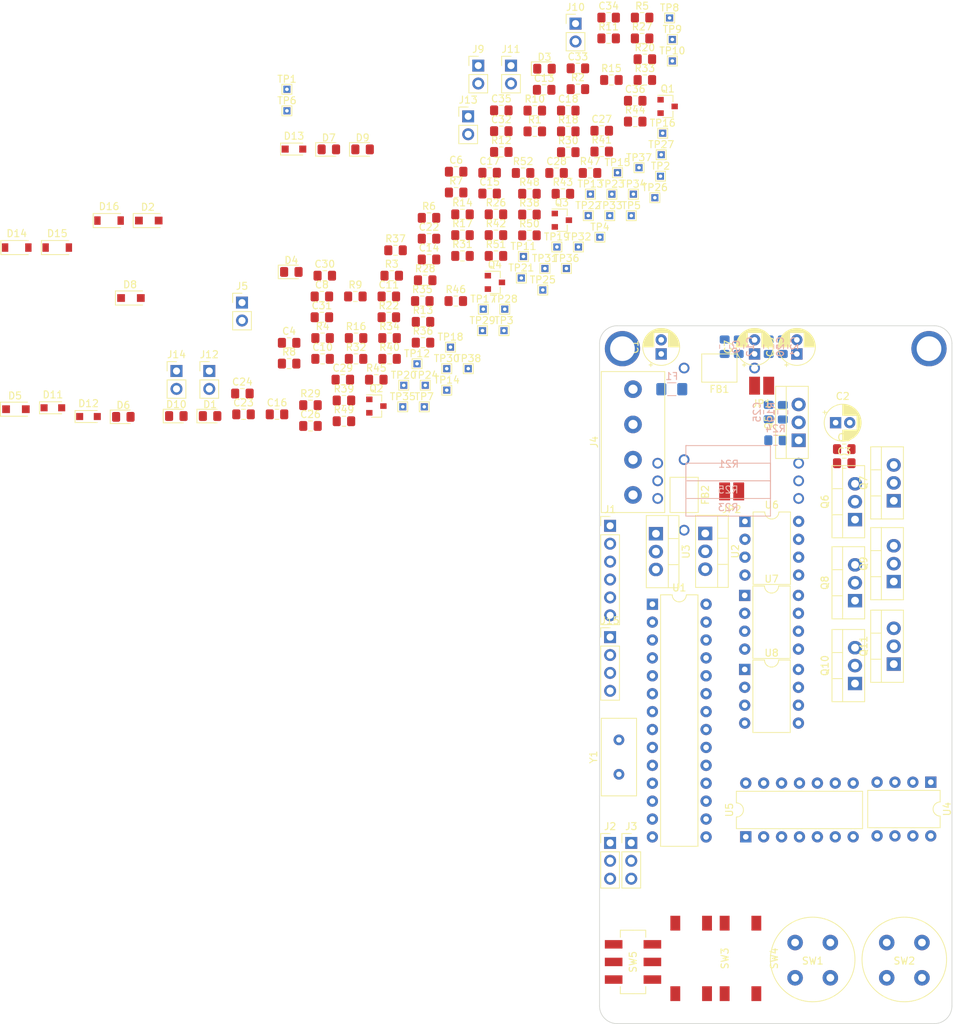
<source format=kicad_pcb>
(kicad_pcb (version 20171130) (host pcbnew "(5.1.4)-1")
  (layers (0 F.Cu signal) (31 B.Cu signal) (34 B.Paste user hide) (35 F.Paste user hide) (36 B.SilkS user) (37 F.SilkS user) (38 B.Mask user hide) (39 F.Mask user hide) (44 Edge.Cuts user))
  (net 0 "")
  (net 1 GNDPWR)
  (net 2 +BATT)
  (net 3 VBUS)
  (net 4 GNDD)
  (net 5 "Net-(C4-Pad1)")
  (net 6 +5V)
  (net 7 +12V)
  (net 8 +10V)
  (net 9 /nSTART)
  (net 10 /nESTOP)
  (net 11 "Net-(C15-Pad2)")
  (net 12 "Net-(C16-Pad1)")
  (net 13 /V_MOTOR)
  (net 14 /AUX_IN)
  (net 15 /BTN_nRST)
  (net 16 /EFUSE_GATE)
  (net 17 /I_FILT)
  (net 18 /PHASE_A)
  (net 19 "Net-(C30-Pad1)")
  (net 20 /PHASE_B)
  (net 21 "Net-(C31-Pad1)")
  (net 22 /PHASE_C)
  (net 23 "Net-(C32-Pad1)")
  (net 24 "Net-(D1-Pad1)")
  (net 25 "Net-(D3-Pad1)")
  (net 26 "Net-(D4-Pad1)")
  (net 27 "Net-(D6-Pad1)")
  (net 28 "Net-(D7-Pad1)")
  (net 29 "Net-(D9-Pad1)")
  (net 30 "Net-(D10-Pad1)")
  (net 31 "Net-(D14-Pad2)")
  (net 32 "Net-(D15-Pad2)")
  (net 33 "Net-(D16-Pad2)")
  (net 34 "Net-(F1-Pad1)")
  (net 35 /RXD)
  (net 36 /TXD)
  (net 37 /EXT_nRST)
  (net 38 /I_THRESH)
  (net 39 /ANALOG_IN)
  (net 40 /nI_TRIG)
  (net 41 /NEUTRAL)
  (net 42 /B_FILT)
  (net 43 /C_FILT)
  (net 44 /A_FILT)
  (net 45 /I2C_SDA)
  (net 46 /I2C_SCL)
  (net 47 /I_RAW)
  (net 48 "Net-(Q1-Pad3)")
  (net 49 /I_ERR)
  (net 50 "Net-(Q2-Pad3)")
  (net 51 /EFUSE_EN)
  (net 52 "Net-(Q3-Pad3)")
  (net 53 /AUX_OUT)
  (net 54 "Net-(Q4-Pad3)")
  (net 55 "Net-(Q4-Pad1)")
  (net 56 /GATE_A_HI)
  (net 57 /GATE_A_LO)
  (net 58 /GATE_B_HI)
  (net 59 /GATE_B_LO)
  (net 60 /GATE_C_HI)
  (net 61 /GATE_C_LO)
  (net 62 "Net-(R8-Pad1)")
  (net 63 "Net-(R9-Pad1)")
  (net 64 "Net-(R10-Pad1)")
  (net 65 "Net-(R13-Pad1)")
  (net 66 "Net-(R15-Pad2)")
  (net 67 /I_SENSE)
  (net 68 "Net-(R26-Pad2)")
  (net 69 /BEMF_A)
  (net 70 /BEMF_B)
  (net 71 /BEMF_C)
  (net 72 "Net-(R34-Pad2)")
  (net 73 "Net-(R35-Pad2)")
  (net 74 "Net-(R36-Pad2)")
  (net 75 "Net-(R37-Pad2)")
  (net 76 "Net-(R38-Pad2)")
  (net 77 "Net-(R39-Pad2)")
  (net 78 "Net-(R52-Pad1)")
  (net 79 "Net-(SW5-Pad4)")
  (net 80 "Net-(SW5-Pad5)")
  (net 81 "Net-(SW5-Pad6)")
  (net 82 /nRESET)
  (net 83 /MCU_A_EN)
  (net 84 /MCU_A_SIG)
  (net 85 /MCU_B_EN)
  (net 86 /MCU_B_SIG)
  (net 87 /MCU_C_EN)
  (net 88 /MCU_C_SIG)
  (net 89 /nMCU_ERR)
  (net 90 "Net-(U4-Pad8)")
  (net 91 "Net-(U4-Pad5)")
  (net 92 "Net-(U4-Pad1)")
  (module Button_Switch_THT:Pushbutton_Switch_TH (layer F.Cu) (at 156.25 153.5)
    (fp_text reference SW2 (at 0 -2.4) (layer F.SilkS))
    (fp_text value "D6C40 F1 LFS")
    (pad 4 thru_hole circle (at 2.5 0) (size 2.2 2.2) (drill 1.1) (layers *.Cu *.Mask))
    (pad 2 thru_hole circle (at 2.5 -5) (size 2.2 2.2) (drill 1.1) (layers *.Cu *.Mask) (net 10 /nESTOP))
    (pad 1 thru_hole circle (at -2.5 -5) (size 2.2 2.2) (drill 1.1) (layers *.Cu *.Mask) (net 64 "Net-(R10-Pad1)"))
    (pad 3 thru_hole circle (at -2.5 0) (size 2.2 2.2) (drill 1.1) (layers *.Cu *.Mask))
  )
  (module Button_Switch_THT:Pushbutton_Switch_TH (layer F.Cu) (at 143.25 153.5)
    (fp_text reference SW1 (at 0 -2.4) (layer F.SilkS))
    (fp_text value "D6C50 F1 LFS")
    (pad 4 thru_hole circle (at 2.5 0) (size 2.2 2.2) (drill 1.1) (layers *.Cu *.Mask))
    (pad 2 thru_hole circle (at 2.5 -5) (size 2.2 2.2) (drill 1.1) (layers *.Cu *.Mask) (net 63 "Net-(R9-Pad1)"))
    (pad 1 thru_hole circle (at -2.5 -5) (size 2.2 2.2) (drill 1.1) (layers *.Cu *.Mask) (net 9 /nSTART))
    (pad 3 thru_hole circle (at -2.5 0) (size 2.2 2.2) (drill 1.1) (layers *.Cu *.Mask))
  )
  (module Crystal:Crystal_16MHz_TH (layer F.Cu) (at 115.75 122.19 270)
    (fp_text reference Y1 (at 0 3.6 90) (layer F.SilkS))
    (fp_text value 9B-16.000MBBK-B)
    (pad 1 thru_hole circle (at -2.44 0 270) (size 1.524 1.524) (drill 0.762) (layers *.Cu *.Mask) (net 11 "Net-(C15-Pad2)"))
    (pad 2 thru_hole circle (at 2.44 0 270) (size 1.524 1.524) (drill 0.762) (layers *.Cu *.Mask) (net 12 "Net-(C16-Pad1)"))
  )
  (module Package_DIP:DIP-8_W7.62mm (layer F.Cu) (at 133.6 109.75)
    (fp_text reference U8 (at 3.81 -2.33) (layer F.SilkS))
    (fp_text value IRS2004)
    (pad 8 thru_hole oval (at 7.62 0) (size 1.6 1.6) (drill 0.8) (layers *.Cu *.Mask) (net 23 "Net-(C32-Pad1)"))
    (pad 4 thru_hole oval (at 0 7.62) (size 1.6 1.6) (drill 0.8) (layers *.Cu *.Mask) (net 4 GNDD))
    (pad 7 thru_hole oval (at 7.62 2.54) (size 1.6 1.6) (drill 0.8) (layers *.Cu *.Mask) (net 77 "Net-(R39-Pad2)"))
    (pad 3 thru_hole oval (at 0 5.08) (size 1.6 1.6) (drill 0.8) (layers *.Cu *.Mask) (net 87 /MCU_C_EN))
    (pad 6 thru_hole oval (at 7.62 5.08) (size 1.6 1.6) (drill 0.8) (layers *.Cu *.Mask) (net 22 /PHASE_C))
    (pad 2 thru_hole oval (at 0 2.54) (size 1.6 1.6) (drill 0.8) (layers *.Cu *.Mask) (net 88 /MCU_C_SIG))
    (pad 5 thru_hole oval (at 7.62 7.62) (size 1.6 1.6) (drill 0.8) (layers *.Cu *.Mask) (net 74 "Net-(R36-Pad2)"))
    (pad 1 thru_hole rect (at 0 0) (size 1.6 1.6) (drill 0.8) (layers *.Cu *.Mask) (net 8 +10V))
  )
  (module Package_DIP:DIP-8_W7.62mm (layer F.Cu) (at 133.6 99.25)
    (fp_text reference U7 (at 3.81 -2.33) (layer F.SilkS))
    (fp_text value IRS2004)
    (pad 8 thru_hole oval (at 7.62 0) (size 1.6 1.6) (drill 0.8) (layers *.Cu *.Mask) (net 21 "Net-(C31-Pad1)"))
    (pad 4 thru_hole oval (at 0 7.62) (size 1.6 1.6) (drill 0.8) (layers *.Cu *.Mask) (net 4 GNDD))
    (pad 7 thru_hole oval (at 7.62 2.54) (size 1.6 1.6) (drill 0.8) (layers *.Cu *.Mask) (net 76 "Net-(R38-Pad2)"))
    (pad 3 thru_hole oval (at 0 5.08) (size 1.6 1.6) (drill 0.8) (layers *.Cu *.Mask) (net 85 /MCU_B_EN))
    (pad 6 thru_hole oval (at 7.62 5.08) (size 1.6 1.6) (drill 0.8) (layers *.Cu *.Mask) (net 20 /PHASE_B))
    (pad 2 thru_hole oval (at 0 2.54) (size 1.6 1.6) (drill 0.8) (layers *.Cu *.Mask) (net 86 /MCU_B_SIG))
    (pad 5 thru_hole oval (at 7.62 7.62) (size 1.6 1.6) (drill 0.8) (layers *.Cu *.Mask) (net 73 "Net-(R35-Pad2)"))
    (pad 1 thru_hole rect (at 0 0) (size 1.6 1.6) (drill 0.8) (layers *.Cu *.Mask) (net 8 +10V))
  )
  (module Package_DIP:DIP-8_W7.62mm (layer F.Cu) (at 133.63 88.75)
    (fp_text reference U6 (at 3.81 -2.33) (layer F.SilkS))
    (fp_text value IRS2004)
    (pad 8 thru_hole oval (at 7.62 0) (size 1.6 1.6) (drill 0.8) (layers *.Cu *.Mask) (net 19 "Net-(C30-Pad1)"))
    (pad 4 thru_hole oval (at 0 7.62) (size 1.6 1.6) (drill 0.8) (layers *.Cu *.Mask) (net 4 GNDD))
    (pad 7 thru_hole oval (at 7.62 2.54) (size 1.6 1.6) (drill 0.8) (layers *.Cu *.Mask) (net 75 "Net-(R37-Pad2)"))
    (pad 3 thru_hole oval (at 0 5.08) (size 1.6 1.6) (drill 0.8) (layers *.Cu *.Mask) (net 83 /MCU_A_EN))
    (pad 6 thru_hole oval (at 7.62 5.08) (size 1.6 1.6) (drill 0.8) (layers *.Cu *.Mask) (net 18 /PHASE_A))
    (pad 2 thru_hole oval (at 0 2.54) (size 1.6 1.6) (drill 0.8) (layers *.Cu *.Mask) (net 84 /MCU_A_SIG))
    (pad 5 thru_hole oval (at 7.62 7.62) (size 1.6 1.6) (drill 0.8) (layers *.Cu *.Mask) (net 72 "Net-(R34-Pad2)"))
    (pad 1 thru_hole rect (at 0 0) (size 1.6 1.6) (drill 0.8) (layers *.Cu *.Mask) (net 8 +10V))
  )
  (module Package_DIP:DIP-14_W7.62mm (layer F.Cu) (at 133.75 133.5 90)
    (fp_text reference U5 (at 3.81 -2.33 90) (layer F.SilkS))
    (fp_text value LM339)
    (pad 14 thru_hole oval (at 7.62 0 90) (size 1.6 1.6) (drill 0.8) (layers *.Cu *.Mask) (net 70 /BEMF_B))
    (pad 7 thru_hole oval (at 0 15.24 90) (size 1.6 1.6) (drill 0.8) (layers *.Cu *.Mask) (net 44 /A_FILT))
    (pad 13 thru_hole oval (at 7.62 2.54 90) (size 1.6 1.6) (drill 0.8) (layers *.Cu *.Mask) (net 71 /BEMF_C))
    (pad 6 thru_hole oval (at 0 12.7 90) (size 1.6 1.6) (drill 0.8) (layers *.Cu *.Mask) (net 41 /NEUTRAL))
    (pad 12 thru_hole oval (at 7.62 5.08 90) (size 1.6 1.6) (drill 0.8) (layers *.Cu *.Mask) (net 4 GNDD))
    (pad 5 thru_hole oval (at 0 10.16 90) (size 1.6 1.6) (drill 0.8) (layers *.Cu *.Mask) (net 38 /I_THRESH))
    (pad 11 thru_hole oval (at 7.62 7.62 90) (size 1.6 1.6) (drill 0.8) (layers *.Cu *.Mask) (net 43 /C_FILT))
    (pad 4 thru_hole oval (at 0 7.62 90) (size 1.6 1.6) (drill 0.8) (layers *.Cu *.Mask) (net 67 /I_SENSE))
    (pad 10 thru_hole oval (at 7.62 10.16 90) (size 1.6 1.6) (drill 0.8) (layers *.Cu *.Mask) (net 41 /NEUTRAL))
    (pad 3 thru_hole oval (at 0 5.08 90) (size 1.6 1.6) (drill 0.8) (layers *.Cu *.Mask) (net 6 +5V))
    (pad 9 thru_hole oval (at 7.62 12.7 90) (size 1.6 1.6) (drill 0.8) (layers *.Cu *.Mask) (net 42 /B_FILT))
    (pad 2 thru_hole oval (at 0 2.54 90) (size 1.6 1.6) (drill 0.8) (layers *.Cu *.Mask) (net 78 "Net-(R52-Pad1)"))
    (pad 8 thru_hole oval (at 7.62 15.24 90) (size 1.6 1.6) (drill 0.8) (layers *.Cu *.Mask) (net 41 /NEUTRAL))
    (pad 1 thru_hole rect (at 0 0 90) (size 1.6 1.6) (drill 0.8) (layers *.Cu *.Mask) (net 69 /BEMF_A))
  )
  (module Package_DIP:DIP-8_W7.62mm (layer F.Cu) (at 160 125.75 270)
    (fp_text reference U4 (at 3.81 -2.33 90) (layer F.SilkS))
    (fp_text value MCP601-xP)
    (pad 8 thru_hole oval (at 7.62 0 270) (size 1.6 1.6) (drill 0.8) (layers *.Cu *.Mask) (net 90 "Net-(U4-Pad8)"))
    (pad 4 thru_hole oval (at 0 7.62 270) (size 1.6 1.6) (drill 0.8) (layers *.Cu *.Mask) (net 4 GNDD))
    (pad 7 thru_hole oval (at 7.62 2.54 270) (size 1.6 1.6) (drill 0.8) (layers *.Cu *.Mask) (net 6 +5V))
    (pad 3 thru_hole oval (at 0 5.08 270) (size 1.6 1.6) (drill 0.8) (layers *.Cu *.Mask) (net 17 /I_FILT))
    (pad 6 thru_hole oval (at 7.62 5.08 270) (size 1.6 1.6) (drill 0.8) (layers *.Cu *.Mask) (net 67 /I_SENSE))
    (pad 2 thru_hole oval (at 0 2.54 270) (size 1.6 1.6) (drill 0.8) (layers *.Cu *.Mask) (net 66 "Net-(R15-Pad2)"))
    (pad 5 thru_hole oval (at 7.62 7.62 270) (size 1.6 1.6) (drill 0.8) (layers *.Cu *.Mask) (net 91 "Net-(U4-Pad5)"))
    (pad 1 thru_hole rect (at 0 0 270) (size 1.6 1.6) (drill 0.8) (layers *.Cu *.Mask) (net 92 "Net-(U4-Pad1)"))
  )
  (module Package_TO_SOT_THT:TO-220-3_Vertical (layer F.Cu) (at 121 90.5 270)
    (fp_text reference U3 (at 2.54 -4.27 90) (layer F.SilkS))
    (fp_text value LM7805_TO220)
    (pad 3 thru_hole oval (at 5.08 0 270) (size 1.905 2) (drill 1.1) (layers *.Cu *.Mask) (net 6 +5V))
    (pad 2 thru_hole oval (at 2.54 0 270) (size 1.905 2) (drill 1.1) (layers *.Cu *.Mask) (net 4 GNDD))
    (pad 1 thru_hole rect (at 0 0 270) (size 1.905 2) (drill 1.1) (layers *.Cu *.Mask) (net 62 "Net-(R8-Pad1)"))
  )
  (module Package_TO_SOT_THT:TO-220-3_Vertical (layer F.Cu) (at 128 90.46 270)
    (fp_text reference U2 (at 2.54 -4.27 90) (layer F.SilkS))
    (fp_text value uA7810)
    (pad 3 thru_hole oval (at 5.08 0 270) (size 1.905 2) (drill 1.1) (layers *.Cu *.Mask) (net 8 +10V))
    (pad 2 thru_hole oval (at 2.54 0 270) (size 1.905 2) (drill 1.1) (layers *.Cu *.Mask) (net 4 GNDD))
    (pad 1 thru_hole rect (at 0 0 270) (size 1.905 2) (drill 1.1) (layers *.Cu *.Mask) (net 7 +12V))
  )
  (module Package_DIP:DIP-28_W7.62mm (layer F.Cu) (at 120.5 100.5)
    (fp_text reference U1 (at 3.81 -2.33) (layer F.SilkS))
    (fp_text value ATmega328P-PU)
    (pad 28 thru_hole oval (at 7.62 0) (size 1.6 1.6) (drill 0.8) (layers *.Cu *.Mask) (net 89 /nMCU_ERR))
    (pad 14 thru_hole oval (at 0 33.02) (size 1.6 1.6) (drill 0.8) (layers *.Cu *.Mask) (net 70 /BEMF_B))
    (pad 27 thru_hole oval (at 7.62 2.54) (size 1.6 1.6) (drill 0.8) (layers *.Cu *.Mask) (net 53 /AUX_OUT))
    (pad 13 thru_hole oval (at 0 30.48) (size 1.6 1.6) (drill 0.8) (layers *.Cu *.Mask) (net 71 /BEMF_C))
    (pad 26 thru_hole oval (at 7.62 5.08) (size 1.6 1.6) (drill 0.8) (layers *.Cu *.Mask) (net 67 /I_SENSE))
    (pad 12 thru_hole oval (at 0 27.94) (size 1.6 1.6) (drill 0.8) (layers *.Cu *.Mask) (net 69 /BEMF_A))
    (pad 25 thru_hole oval (at 7.62 7.62) (size 1.6 1.6) (drill 0.8) (layers *.Cu *.Mask) (net 45 /I2C_SDA))
    (pad 11 thru_hole oval (at 0 25.4) (size 1.6 1.6) (drill 0.8) (layers *.Cu *.Mask) (net 49 /I_ERR))
    (pad 24 thru_hole oval (at 7.62 10.16) (size 1.6 1.6) (drill 0.8) (layers *.Cu *.Mask) (net 39 /ANALOG_IN))
    (pad 10 thru_hole oval (at 0 22.86) (size 1.6 1.6) (drill 0.8) (layers *.Cu *.Mask) (net 12 "Net-(C16-Pad1)"))
    (pad 23 thru_hole oval (at 7.62 12.7) (size 1.6 1.6) (drill 0.8) (layers *.Cu *.Mask) (net 83 /MCU_A_EN))
    (pad 9 thru_hole oval (at 0 20.32) (size 1.6 1.6) (drill 0.8) (layers *.Cu *.Mask) (net 11 "Net-(C15-Pad2)"))
    (pad 22 thru_hole oval (at 7.62 15.24) (size 1.6 1.6) (drill 0.8) (layers *.Cu *.Mask) (net 4 GNDD))
    (pad 8 thru_hole oval (at 0 17.78) (size 1.6 1.6) (drill 0.8) (layers *.Cu *.Mask) (net 4 GNDD))
    (pad 21 thru_hole oval (at 7.62 17.78) (size 1.6 1.6) (drill 0.8) (layers *.Cu *.Mask) (net 5 "Net-(C4-Pad1)"))
    (pad 7 thru_hole oval (at 0 15.24) (size 1.6 1.6) (drill 0.8) (layers *.Cu *.Mask) (net 6 +5V))
    (pad 20 thru_hole oval (at 7.62 20.32) (size 1.6 1.6) (drill 0.8) (layers *.Cu *.Mask) (net 6 +5V))
    (pad 6 thru_hole oval (at 0 12.7) (size 1.6 1.6) (drill 0.8) (layers *.Cu *.Mask) (net 46 /I2C_SCL))
    (pad 19 thru_hole oval (at 7.62 22.86) (size 1.6 1.6) (drill 0.8) (layers *.Cu *.Mask) (net 85 /MCU_B_EN))
    (pad 5 thru_hole oval (at 0 10.16) (size 1.6 1.6) (drill 0.8) (layers *.Cu *.Mask) (net 14 /AUX_IN))
    (pad 18 thru_hole oval (at 7.62 25.4) (size 1.6 1.6) (drill 0.8) (layers *.Cu *.Mask) (net 87 /MCU_C_EN))
    (pad 4 thru_hole oval (at 0 7.62) (size 1.6 1.6) (drill 0.8) (layers *.Cu *.Mask) (net 40 /nI_TRIG))
    (pad 17 thru_hole oval (at 7.62 27.94) (size 1.6 1.6) (drill 0.8) (layers *.Cu *.Mask) (net 84 /MCU_A_SIG))
    (pad 3 thru_hole oval (at 0 5.08) (size 1.6 1.6) (drill 0.8) (layers *.Cu *.Mask) (net 36 /TXD))
    (pad 16 thru_hole oval (at 7.62 30.48) (size 1.6 1.6) (drill 0.8) (layers *.Cu *.Mask) (net 86 /MCU_B_SIG))
    (pad 2 thru_hole oval (at 0 2.54) (size 1.6 1.6) (drill 0.8) (layers *.Cu *.Mask) (net 35 /RXD))
    (pad 15 thru_hole oval (at 7.62 33.02) (size 1.6 1.6) (drill 0.8) (layers *.Cu *.Mask) (net 88 /MCU_C_SIG))
    (pad 1 thru_hole rect (at 0 0) (size 1.6 1.6) (drill 0.8) (layers *.Cu *.Mask) (net 82 /nRESET))
  )
  (module TestPoint:TestPoint_THTPad_1.0x1.0mm_Drill0.5mm (layer F.Cu) (at 94.370225 67.086)
    (fp_text reference TP38 (at 0 -1.448) (layer F.SilkS))
    (fp_text value TestPoint)
    (pad 1 thru_hole rect (at 0 0) (size 1 1) (drill 0.5) (layers *.Cu *.Mask) (net 41 /NEUTRAL))
  )
  (module TestPoint:TestPoint_THTPad_1.0x1.0mm_Drill0.5mm (layer F.Cu) (at 118.600225 38.576)
    (fp_text reference TP37 (at 0 -1.448) (layer F.SilkS))
    (fp_text value TestPoint)
    (pad 1 thru_hole rect (at 0 0) (size 1 1) (drill 0.5) (layers *.Cu *.Mask) (net 61 /GATE_C_LO))
  )
  (module TestPoint:TestPoint_THTPad_1.0x1.0mm_Drill0.5mm (layer F.Cu) (at 108.300225 52.876)
    (fp_text reference TP36 (at 0 -1.448) (layer F.SilkS))
    (fp_text value TestPoint)
    (pad 1 thru_hole rect (at 0 0) (size 1 1) (drill 0.5) (layers *.Cu *.Mask) (net 43 /C_FILT))
  )
  (module TestPoint:TestPoint_THTPad_1.0x1.0mm_Drill0.5mm (layer F.Cu) (at 85.080225 72.496)
    (fp_text reference TP35 (at 0 -1.448) (layer F.SilkS))
    (fp_text value TestPoint)
    (pad 1 thru_hole rect (at 0 0) (size 1 1) (drill 0.5) (layers *.Cu *.Mask) (net 88 /MCU_C_SIG))
  )
  (module TestPoint:TestPoint_THTPad_1.0x1.0mm_Drill0.5mm (layer F.Cu) (at 117.800225 42.336)
    (fp_text reference TP34 (at 0 -1.448) (layer F.SilkS))
    (fp_text value TestPoint)
    (pad 1 thru_hole rect (at 0 0) (size 1 1) (drill 0.5) (layers *.Cu *.Mask) (net 1 GNDPWR))
  )
  (module TestPoint:TestPoint_THTPad_1.0x1.0mm_Drill0.5mm (layer F.Cu) (at 114.450225 45.386)
    (fp_text reference TP33 (at 0 -1.448) (layer F.SilkS))
    (fp_text value TestPoint)
    (pad 1 thru_hole rect (at 0 0) (size 1 1) (drill 0.5) (layers *.Cu *.Mask) (net 3 VBUS))
  )
  (module TestPoint:TestPoint_THTPad_1.0x1.0mm_Drill0.5mm (layer F.Cu) (at 110.000225 49.826)
    (fp_text reference TP32 (at 0 -1.448) (layer F.SilkS))
    (fp_text value TestPoint)
    (pad 1 thru_hole rect (at 0 0) (size 1 1) (drill 0.5) (layers *.Cu *.Mask) (net 60 /GATE_C_HI))
  )
  (module TestPoint:TestPoint_THTPad_1.0x1.0mm_Drill0.5mm (layer F.Cu) (at 105.250225 52.876)
    (fp_text reference TP31 (at 0 -1.448) (layer F.SilkS))
    (fp_text value TestPoint)
    (pad 1 thru_hole rect (at 0 0) (size 1 1) (drill 0.5) (layers *.Cu *.Mask) (net 40 /nI_TRIG))
  )
  (module TestPoint:TestPoint_THTPad_1.0x1.0mm_Drill0.5mm (layer F.Cu) (at 91.320225 67.086)
    (fp_text reference TP30 (at 0 -1.448) (layer F.SilkS))
    (fp_text value TestPoint)
    (pad 1 thru_hole rect (at 0 0) (size 1 1) (drill 0.5) (layers *.Cu *.Mask) (net 42 /B_FILT))
  )
  (module TestPoint:TestPoint_THTPad_1.0x1.0mm_Drill0.5mm (layer F.Cu) (at 96.390225 61.696)
    (fp_text reference TP29 (at 0 -1.448) (layer F.SilkS))
    (fp_text value TestPoint)
    (pad 1 thru_hole rect (at 0 0) (size 1 1) (drill 0.5) (layers *.Cu *.Mask) (net 87 /MCU_C_EN))
  )
  (module TestPoint:TestPoint_THTPad_1.0x1.0mm_Drill0.5mm (layer F.Cu) (at 99.550225 58.646)
    (fp_text reference TP28 (at 0 -1.448) (layer F.SilkS))
    (fp_text value TestPoint)
    (pad 1 thru_hole rect (at 0 0) (size 1 1) (drill 0.5) (layers *.Cu *.Mask) (net 59 /GATE_B_LO))
  )
  (module TestPoint:TestPoint_THTPad_1.0x1.0mm_Drill0.5mm (layer F.Cu) (at 121.750225 36.736)
    (fp_text reference TP27 (at 0 -1.448) (layer F.SilkS))
    (fp_text value TestPoint)
    (pad 1 thru_hole rect (at 0 0) (size 1 1) (drill 0.5) (layers *.Cu *.Mask) (net 38 /I_THRESH))
  )
  (module TestPoint:TestPoint_THTPad_1.0x1.0mm_Drill0.5mm (layer F.Cu) (at 120.850225 42.836)
    (fp_text reference TP26 (at 0 -1.448) (layer F.SilkS))
    (fp_text value TestPoint)
    (pad 1 thru_hole rect (at 0 0) (size 1 1) (drill 0.5) (layers *.Cu *.Mask) (net 44 /A_FILT))
  )
  (module TestPoint:TestPoint_THTPad_1.0x1.0mm_Drill0.5mm (layer F.Cu) (at 104.950225 55.926)
    (fp_text reference TP25 (at 0 -1.448) (layer F.SilkS))
    (fp_text value TestPoint)
    (pad 1 thru_hole rect (at 0 0) (size 1 1) (drill 0.5) (layers *.Cu *.Mask) (net 86 /MCU_B_SIG))
  )
  (module TestPoint:TestPoint_THTPad_1.0x1.0mm_Drill0.5mm (layer F.Cu) (at 88.270225 69.446)
    (fp_text reference TP24 (at 0 -1.448) (layer F.SilkS))
    (fp_text value TestPoint)
    (pad 1 thru_hole rect (at 0 0) (size 1 1) (drill 0.5) (layers *.Cu *.Mask) (net 22 /PHASE_C))
  )
  (module TestPoint:TestPoint_THTPad_1.0x1.0mm_Drill0.5mm (layer F.Cu) (at 114.750225 42.336)
    (fp_text reference TP23 (at 0 -1.448) (layer F.SilkS))
    (fp_text value TestPoint)
    (pad 1 thru_hole rect (at 0 0) (size 1 1) (drill 0.5) (layers *.Cu *.Mask) (net 58 /GATE_B_HI))
  )
  (module TestPoint:TestPoint_THTPad_1.0x1.0mm_Drill0.5mm (layer F.Cu) (at 111.400225 45.376)
    (fp_text reference TP22 (at 0 -1.448) (layer F.SilkS))
    (fp_text value TestPoint)
    (pad 1 thru_hole rect (at 0 0) (size 1 1) (drill 0.5) (layers *.Cu *.Mask) (net 67 /I_SENSE))
  )
  (module TestPoint:TestPoint_THTPad_1.0x1.0mm_Drill0.5mm (layer F.Cu) (at 101.900225 54.226)
    (fp_text reference TP21 (at 0 -1.448) (layer F.SilkS))
    (fp_text value TestPoint)
    (pad 1 thru_hole rect (at 0 0) (size 1 1) (drill 0.5) (layers *.Cu *.Mask) (net 71 /BEMF_C))
  )
  (module TestPoint:TestPoint_THTPad_1.0x1.0mm_Drill0.5mm (layer F.Cu) (at 85.220225 69.446)
    (fp_text reference TP20 (at 0 -1.448) (layer F.SilkS))
    (fp_text value TestPoint)
    (pad 1 thru_hole rect (at 0 0) (size 1 1) (drill 0.5) (layers *.Cu *.Mask) (net 85 /MCU_B_EN))
  )
  (module TestPoint:TestPoint_THTPad_1.0x1.0mm_Drill0.5mm (layer F.Cu) (at 106.950225 49.826)
    (fp_text reference TP19 (at 0 -1.448) (layer F.SilkS))
    (fp_text value TestPoint)
    (pad 1 thru_hole rect (at 0 0) (size 1 1) (drill 0.5) (layers *.Cu *.Mask) (net 51 /EFUSE_EN))
  )
  (module TestPoint:TestPoint_THTPad_1.0x1.0mm_Drill0.5mm (layer F.Cu) (at 91.850225 64.036)
    (fp_text reference TP18 (at 0 -1.448) (layer F.SilkS))
    (fp_text value TestPoint)
    (pad 1 thru_hole rect (at 0 0) (size 1 1) (drill 0.5) (layers *.Cu *.Mask) (net 4 GNDD))
  )
  (module TestPoint:TestPoint_THTPad_1.0x1.0mm_Drill0.5mm (layer F.Cu) (at 96.500225 58.646)
    (fp_text reference TP17 (at 0 -1.448) (layer F.SilkS))
    (fp_text value TestPoint)
    (pad 1 thru_hole rect (at 0 0) (size 1 1) (drill 0.5) (layers *.Cu *.Mask) (net 6 +5V))
  )
  (module TestPoint:TestPoint_THTPad_1.0x1.0mm_Drill0.5mm (layer F.Cu) (at 121.960225 33.686)
    (fp_text reference TP16 (at 0 -1.448) (layer F.SilkS))
    (fp_text value TestPoint)
    (pad 1 thru_hole rect (at 0 0) (size 1 1) (drill 0.5) (layers *.Cu *.Mask) (net 20 /PHASE_B))
  )
  (module TestPoint:TestPoint_THTPad_1.0x1.0mm_Drill0.5mm (layer F.Cu) (at 115.550225 39.286)
    (fp_text reference TP15 (at 0 -1.448) (layer F.SilkS))
    (fp_text value TestPoint)
    (pad 1 thru_hole rect (at 0 0) (size 1 1) (drill 0.5) (layers *.Cu *.Mask) (net 57 /GATE_A_LO))
  )
  (module TestPoint:TestPoint_THTPad_1.0x1.0mm_Drill0.5mm (layer F.Cu) (at 91.320225 70.136)
    (fp_text reference TP14 (at 0 -1.448) (layer F.SilkS))
    (fp_text value TestPoint)
    (pad 1 thru_hole rect (at 0 0) (size 1 1) (drill 0.5) (layers *.Cu *.Mask) (net 17 /I_FILT))
  )
  (module TestPoint:TestPoint_THTPad_1.0x1.0mm_Drill0.5mm (layer F.Cu) (at 111.700225 42.326)
    (fp_text reference TP13 (at 0 -1.448) (layer F.SilkS))
    (fp_text value TestPoint)
    (pad 1 thru_hole rect (at 0 0) (size 1 1) (drill 0.5) (layers *.Cu *.Mask) (net 70 /BEMF_B))
  )
  (module TestPoint:TestPoint_THTPad_1.0x1.0mm_Drill0.5mm (layer F.Cu) (at 87.100225 66.396)
    (fp_text reference TP12 (at 0 -1.448) (layer F.SilkS))
    (fp_text value TestPoint)
    (pad 1 thru_hole rect (at 0 0) (size 1 1) (drill 0.5) (layers *.Cu *.Mask) (net 84 /MCU_A_SIG))
  )
  (module TestPoint:TestPoint_THTPad_1.0x1.0mm_Drill0.5mm (layer F.Cu) (at 102.200225 51.176)
    (fp_text reference TP11 (at 0 -1.448) (layer F.SilkS))
    (fp_text value TestPoint)
    (pad 1 thru_hole rect (at 0 0) (size 1 1) (drill 0.5) (layers *.Cu *.Mask) (net 16 /EFUSE_GATE))
  )
  (module TestPoint:TestPoint_THTPad_1.0x1.0mm_Drill0.5mm (layer F.Cu) (at 123.330225 23.436)
    (fp_text reference TP10 (at 0 -1.448) (layer F.SilkS))
    (fp_text value TestPoint)
    (pad 1 thru_hole rect (at 0 0) (size 1 1) (drill 0.5) (layers *.Cu *.Mask) (net 18 /PHASE_A))
  )
  (module TestPoint:TestPoint_THTPad_1.0x1.0mm_Drill0.5mm (layer F.Cu) (at 123.330225 20.386)
    (fp_text reference TP9 (at 0 -1.448) (layer F.SilkS))
    (fp_text value TestPoint)
    (pad 1 thru_hole rect (at 0 0) (size 1 1) (drill 0.5) (layers *.Cu *.Mask) (net 56 /GATE_A_HI))
  )
  (module TestPoint:TestPoint_THTPad_1.0x1.0mm_Drill0.5mm (layer F.Cu) (at 122.940225 17.336)
    (fp_text reference TP8 (at 0 -1.448) (layer F.SilkS))
    (fp_text value TestPoint)
    (pad 1 thru_hole rect (at 0 0) (size 1 1) (drill 0.5) (layers *.Cu *.Mask) (net 47 /I_RAW))
  )
  (module TestPoint:TestPoint_THTPad_1.0x1.0mm_Drill0.5mm (layer F.Cu) (at 88.130225 72.496)
    (fp_text reference TP7 (at 0 -1.448) (layer F.SilkS))
    (fp_text value TestPoint)
    (pad 1 thru_hole rect (at 0 0) (size 1 1) (drill 0.5) (layers *.Cu *.Mask) (net 69 /BEMF_A))
  )
  (module TestPoint:TestPoint_THTPad_1.0x1.0mm_Drill0.5mm (layer F.Cu) (at 68.640225 30.506)
    (fp_text reference TP6 (at 0 -1.448) (layer F.SilkS))
    (fp_text value TestPoint)
    (pad 1 thru_hole rect (at 0 0) (size 1 1) (drill 0.5) (layers *.Cu *.Mask) (net 83 /MCU_A_EN))
  )
  (module TestPoint:TestPoint_THTPad_1.0x1.0mm_Drill0.5mm (layer F.Cu) (at 117.500225 45.386)
    (fp_text reference TP5 (at 0 -1.448) (layer F.SilkS))
    (fp_text value TestPoint)
    (pad 1 thru_hole rect (at 0 0) (size 1 1) (drill 0.5) (layers *.Cu *.Mask) (net 13 /V_MOTOR))
  )
  (module TestPoint:TestPoint_THTPad_1.0x1.0mm_Drill0.5mm (layer F.Cu) (at 113.050225 48.436)
    (fp_text reference TP4 (at 0 -1.448) (layer F.SilkS))
    (fp_text value TestPoint)
    (pad 1 thru_hole rect (at 0 0) (size 1 1) (drill 0.5) (layers *.Cu *.Mask) (net 4 GNDD))
  )
  (module TestPoint:TestPoint_THTPad_1.0x1.0mm_Drill0.5mm (layer F.Cu) (at 99.440225 61.696)
    (fp_text reference TP3 (at 0 -1.448) (layer F.SilkS))
    (fp_text value TestPoint)
    (pad 1 thru_hole rect (at 0 0) (size 1 1) (drill 0.5) (layers *.Cu *.Mask) (net 8 +10V))
  )
  (module TestPoint:TestPoint_THTPad_1.0x1.0mm_Drill0.5mm (layer F.Cu) (at 121.650225 39.786)
    (fp_text reference TP2 (at 0 -1.448) (layer F.SilkS))
    (fp_text value TestPoint)
    (pad 1 thru_hole rect (at 0 0) (size 1 1) (drill 0.5) (layers *.Cu *.Mask) (net 4 GNDD))
  )
  (module TestPoint:TestPoint_THTPad_1.0x1.0mm_Drill0.5mm (layer F.Cu) (at 68.640225 27.456)
    (fp_text reference TP1 (at 0 -1.448) (layer F.SilkS))
    (fp_text value TestPoint)
    (pad 1 thru_hole rect (at 0 0) (size 1 1) (drill 0.5) (layers *.Cu *.Mask) (net 7 +12V))
  )
  (module Button_Switch_SMD:Slide_Switch_DPDT_SMD (layer F.Cu) (at 117.75 151.25 90)
    (fp_text reference SW5 (at 0 0 90) (layer F.SilkS))
    (fp_text value SW_Push_DPDT)
    (pad 4 smd rect (at -2.5 -2.75 90) (size 1.2 2.5) (layers F.Cu F.Paste F.Mask) (net 79 "Net-(SW5-Pad4)"))
    (pad 5 smd rect (at 0 -2.75 90) (size 1.2 2.5) (layers F.Cu F.Paste F.Mask) (net 80 "Net-(SW5-Pad5)"))
    (pad 6 smd rect (at 2.5 -2.75 90) (size 1.2 2.5) (layers F.Cu F.Paste F.Mask) (net 81 "Net-(SW5-Pad6)"))
    (pad 3 smd rect (at 2.5 2.75 90) (size 1.2 2.5) (layers F.Cu F.Paste F.Mask) (net 37 /EXT_nRST))
    (pad 1 smd rect (at -2.5 2.75 90) (size 1.2 2.5) (layers F.Cu F.Paste F.Mask) (net 15 /BTN_nRST))
    (pad 2 smd rect (at 0 2.75 90) (size 1.2 2.5) (layers F.Cu F.Paste F.Mask) (net 82 /nRESET))
  )
  (module Button_Switch_SMD:Tactile_Switch_SM (layer F.Cu) (at 135.25 150.75 90)
    (fp_text reference SW4 (at 0 2.54 90) (layer F.SilkS))
    (fp_text value 1301.9314)
    (pad 1 smd rect (at -5 -4.5 90) (size 2.1 1.4) (layers F.Cu F.Paste F.Mask) (net 14 /AUX_IN))
    (pad 2 smd rect (at -5 0 90) (size 2.1 1.4) (layers F.Cu F.Paste F.Mask) (net 68 "Net-(R26-Pad2)"))
    (pad 3 smd rect (at 5 -4.5 90) (size 2.1 1.4) (layers F.Cu F.Paste F.Mask))
    (pad 4 smd rect (at 5 0 90) (size 2.1 1.4) (layers F.Cu F.Paste F.Mask))
  )
  (module Button_Switch_SMD:Tactile_Switch_SM (layer F.Cu) (at 128.25 150.75 90)
    (fp_text reference SW3 (at 0 2.54 90) (layer F.SilkS))
    (fp_text value 1301.9314)
    (pad 1 smd rect (at -5 -4.5 90) (size 2.1 1.4) (layers F.Cu F.Paste F.Mask) (net 15 /BTN_nRST))
    (pad 2 smd rect (at -5 0 90) (size 2.1 1.4) (layers F.Cu F.Paste F.Mask) (net 65 "Net-(R13-Pad1)"))
    (pad 3 smd rect (at 5 -4.5 90) (size 2.1 1.4) (layers F.Cu F.Paste F.Mask))
    (pad 4 smd rect (at 5 0 90) (size 2.1 1.4) (layers F.Cu F.Paste F.Mask))
  )
  (module Resistor_SMD:R_0805_2012Metric_Pad1.15x1.40mm_HandSolder (layer F.Cu) (at 102.150225 39.326)
    (fp_text reference R52 (at 0 -1.65) (layer F.SilkS))
    (fp_text value 100)
    (pad 2 smd roundrect (at 1.025 0) (size 1.15 1.4) (layers F.Cu F.Paste F.Mask) (roundrect_rratio 0.217391) (net 40 /nI_TRIG))
    (pad 1 smd roundrect (at -1.025 0) (size 1.15 1.4) (layers F.Cu F.Paste F.Mask) (roundrect_rratio 0.217391) (net 78 "Net-(R52-Pad1)"))
  )
  (module Resistor_SMD:R_0805_2012Metric_Pad1.15x1.40mm_HandSolder (layer F.Cu) (at 98.300225 51.096)
    (fp_text reference R51 (at 0 -1.65) (layer F.SilkS))
    (fp_text value 10K)
    (pad 2 smd roundrect (at 1.025 0) (size 1.15 1.4) (layers F.Cu F.Paste F.Mask) (roundrect_rratio 0.217391) (net 22 /PHASE_C))
    (pad 1 smd roundrect (at -1.025 0) (size 1.15 1.4) (layers F.Cu F.Paste F.Mask) (roundrect_rratio 0.217391) (net 41 /NEUTRAL))
  )
  (module Resistor_SMD:R_0805_2012Metric_Pad1.15x1.40mm_HandSolder (layer F.Cu) (at 103.050225 48.176)
    (fp_text reference R50 (at 0 -1.65) (layer F.SilkS))
    (fp_text value 10K)
    (pad 2 smd roundrect (at 1.025 0) (size 1.15 1.4) (layers F.Cu F.Paste F.Mask) (roundrect_rratio 0.217391) (net 20 /PHASE_B))
    (pad 1 smd roundrect (at -1.025 0) (size 1.15 1.4) (layers F.Cu F.Paste F.Mask) (roundrect_rratio 0.217391) (net 41 /NEUTRAL))
  )
  (module Resistor_SMD:R_0805_2012Metric_Pad1.15x1.40mm_HandSolder (layer F.Cu) (at 76.730225 74.546)
    (fp_text reference R49 (at 0 -1.65) (layer F.SilkS))
    (fp_text value 10K)
    (pad 2 smd roundrect (at 1.025 0) (size 1.15 1.4) (layers F.Cu F.Paste F.Mask) (roundrect_rratio 0.217391) (net 18 /PHASE_A))
    (pad 1 smd roundrect (at -1.025 0) (size 1.15 1.4) (layers F.Cu F.Paste F.Mask) (roundrect_rratio 0.217391) (net 41 /NEUTRAL))
  )
  (module Resistor_SMD:R_0805_2012Metric_Pad1.15x1.40mm_HandSolder (layer F.Cu) (at 103.050225 42.276)
    (fp_text reference R48 (at 0 -1.65) (layer F.SilkS))
    (fp_text value 100K)
    (pad 2 smd roundrect (at 1.025 0) (size 1.15 1.4) (layers F.Cu F.Paste F.Mask) (roundrect_rratio 0.217391) (net 43 /C_FILT))
    (pad 1 smd roundrect (at -1.025 0) (size 1.15 1.4) (layers F.Cu F.Paste F.Mask) (roundrect_rratio 0.217391) (net 22 /PHASE_C))
  )
  (module Resistor_SMD:R_0805_2012Metric_Pad1.15x1.40mm_HandSolder (layer F.Cu) (at 111.650225 39.326)
    (fp_text reference R47 (at 0 -1.65) (layer F.SilkS))
    (fp_text value 100K)
    (pad 2 smd roundrect (at 1.025 0) (size 1.15 1.4) (layers F.Cu F.Paste F.Mask) (roundrect_rratio 0.217391) (net 42 /B_FILT))
    (pad 1 smd roundrect (at -1.025 0) (size 1.15 1.4) (layers F.Cu F.Paste F.Mask) (roundrect_rratio 0.217391) (net 20 /PHASE_B))
  )
  (module Resistor_SMD:R_0805_2012Metric_Pad1.15x1.40mm_HandSolder (layer F.Cu) (at 92.600225 57.496)
    (fp_text reference R46 (at 0 -1.65) (layer F.SilkS))
    (fp_text value 100K)
    (pad 2 smd roundrect (at 1.025 0) (size 1.15 1.4) (layers F.Cu F.Paste F.Mask) (roundrect_rratio 0.217391) (net 44 /A_FILT))
    (pad 1 smd roundrect (at -1.025 0) (size 1.15 1.4) (layers F.Cu F.Paste F.Mask) (roundrect_rratio 0.217391) (net 18 /PHASE_A))
  )
  (module Resistor_SMD:R_0805_2012Metric_Pad1.15x1.40mm_HandSolder (layer F.Cu) (at 81.320225 68.646)
    (fp_text reference R45 (at 0 -1.65) (layer F.SilkS))
    (fp_text value 100K)
    (pad 2 smd roundrect (at 1.025 0) (size 1.15 1.4) (layers F.Cu F.Paste F.Mask) (roundrect_rratio 0.217391) (net 4 GNDD))
    (pad 1 smd roundrect (at -1.025 0) (size 1.15 1.4) (layers F.Cu F.Paste F.Mask) (roundrect_rratio 0.217391) (net 61 /GATE_C_LO))
  )
  (module Resistor_SMD:R_0805_2012Metric_Pad1.15x1.40mm_HandSolder (layer F.Cu) (at 118.060225 32.036)
    (fp_text reference R44 (at 0 -1.65) (layer F.SilkS))
    (fp_text value 100K)
    (pad 2 smd roundrect (at 1.025 0) (size 1.15 1.4) (layers F.Cu F.Paste F.Mask) (roundrect_rratio 0.217391) (net 4 GNDD))
    (pad 1 smd roundrect (at -1.025 0) (size 1.15 1.4) (layers F.Cu F.Paste F.Mask) (roundrect_rratio 0.217391) (net 60 /GATE_C_HI))
  )
  (module Resistor_SMD:R_0805_2012Metric_Pad1.15x1.40mm_HandSolder (layer F.Cu) (at 107.800225 42.276)
    (fp_text reference R43 (at 0 -1.65) (layer F.SilkS))
    (fp_text value 100K)
    (pad 2 smd roundrect (at 1.025 0) (size 1.15 1.4) (layers F.Cu F.Paste F.Mask) (roundrect_rratio 0.217391) (net 4 GNDD))
    (pad 1 smd roundrect (at -1.025 0) (size 1.15 1.4) (layers F.Cu F.Paste F.Mask) (roundrect_rratio 0.217391) (net 59 /GATE_B_LO))
  )
  (module Resistor_SMD:R_0805_2012Metric_Pad1.15x1.40mm_HandSolder (layer F.Cu) (at 98.300225 48.146)
    (fp_text reference R42 (at 0 -1.65) (layer F.SilkS))
    (fp_text value 100K)
    (pad 2 smd roundrect (at 1.025 0) (size 1.15 1.4) (layers F.Cu F.Paste F.Mask) (roundrect_rratio 0.217391) (net 4 GNDD))
    (pad 1 smd roundrect (at -1.025 0) (size 1.15 1.4) (layers F.Cu F.Paste F.Mask) (roundrect_rratio 0.217391) (net 58 /GATE_B_HI))
  )
  (module Resistor_SMD:R_0805_2012Metric_Pad1.15x1.40mm_HandSolder (layer F.Cu) (at 113.310225 36.286)
    (fp_text reference R41 (at 0 -1.65) (layer F.SilkS))
    (fp_text value 100K)
    (pad 2 smd roundrect (at 1.025 0) (size 1.15 1.4) (layers F.Cu F.Paste F.Mask) (roundrect_rratio 0.217391) (net 4 GNDD))
    (pad 1 smd roundrect (at -1.025 0) (size 1.15 1.4) (layers F.Cu F.Paste F.Mask) (roundrect_rratio 0.217391) (net 57 /GATE_A_LO))
  )
  (module Resistor_SMD:R_0805_2012Metric_Pad1.15x1.40mm_HandSolder (layer F.Cu) (at 83.200225 65.696)
    (fp_text reference R40 (at 0 -1.65) (layer F.SilkS))
    (fp_text value 100K)
    (pad 2 smd roundrect (at 1.025 0) (size 1.15 1.4) (layers F.Cu F.Paste F.Mask) (roundrect_rratio 0.217391) (net 4 GNDD))
    (pad 1 smd roundrect (at -1.025 0) (size 1.15 1.4) (layers F.Cu F.Paste F.Mask) (roundrect_rratio 0.217391) (net 56 /GATE_A_HI))
  )
  (module Resistor_SMD:R_0805_2012Metric_Pad1.15x1.40mm_HandSolder (layer F.Cu) (at 76.730225 71.596)
    (fp_text reference R39 (at 0 -1.65) (layer F.SilkS))
    (fp_text value 10)
    (pad 2 smd roundrect (at 1.025 0) (size 1.15 1.4) (layers F.Cu F.Paste F.Mask) (roundrect_rratio 0.217391) (net 77 "Net-(R39-Pad2)"))
    (pad 1 smd roundrect (at -1.025 0) (size 1.15 1.4) (layers F.Cu F.Paste F.Mask) (roundrect_rratio 0.217391) (net 60 /GATE_C_HI))
  )
  (module Resistor_SMD:R_0805_2012Metric_Pad1.15x1.40mm_HandSolder (layer F.Cu) (at 103.050225 45.226)
    (fp_text reference R38 (at 0 -1.65) (layer F.SilkS))
    (fp_text value 10)
    (pad 2 smd roundrect (at 1.025 0) (size 1.15 1.4) (layers F.Cu F.Paste F.Mask) (roundrect_rratio 0.217391) (net 76 "Net-(R38-Pad2)"))
    (pad 1 smd roundrect (at -1.025 0) (size 1.15 1.4) (layers F.Cu F.Paste F.Mask) (roundrect_rratio 0.217391) (net 58 /GATE_B_HI))
  )
  (module Resistor_SMD:R_0805_2012Metric_Pad1.15x1.40mm_HandSolder (layer F.Cu) (at 84.050225 50.296)
    (fp_text reference R37 (at 0 -1.65) (layer F.SilkS))
    (fp_text value 10)
    (pad 2 smd roundrect (at 1.025 0) (size 1.15 1.4) (layers F.Cu F.Paste F.Mask) (roundrect_rratio 0.217391) (net 75 "Net-(R37-Pad2)"))
    (pad 1 smd roundrect (at -1.025 0) (size 1.15 1.4) (layers F.Cu F.Paste F.Mask) (roundrect_rratio 0.217391) (net 56 /GATE_A_HI))
  )
  (module Resistor_SMD:R_0805_2012Metric_Pad1.15x1.40mm_HandSolder (layer F.Cu) (at 87.950225 63.396)
    (fp_text reference R36 (at 0 -1.65) (layer F.SilkS))
    (fp_text value 10)
    (pad 2 smd roundrect (at 1.025 0) (size 1.15 1.4) (layers F.Cu F.Paste F.Mask) (roundrect_rratio 0.217391) (net 74 "Net-(R36-Pad2)"))
    (pad 1 smd roundrect (at -1.025 0) (size 1.15 1.4) (layers F.Cu F.Paste F.Mask) (roundrect_rratio 0.217391) (net 61 /GATE_C_LO))
  )
  (module Resistor_SMD:R_0805_2012Metric_Pad1.15x1.40mm_HandSolder (layer F.Cu) (at 87.850225 57.496)
    (fp_text reference R35 (at 0 -1.65) (layer F.SilkS))
    (fp_text value 10)
    (pad 2 smd roundrect (at 1.025 0) (size 1.15 1.4) (layers F.Cu F.Paste F.Mask) (roundrect_rratio 0.217391) (net 73 "Net-(R35-Pad2)"))
    (pad 1 smd roundrect (at -1.025 0) (size 1.15 1.4) (layers F.Cu F.Paste F.Mask) (roundrect_rratio 0.217391) (net 59 /GATE_B_LO))
  )
  (module Resistor_SMD:R_0805_2012Metric_Pad1.15x1.40mm_HandSolder (layer F.Cu) (at 83.200225 62.746)
    (fp_text reference R34 (at 0 -1.65) (layer F.SilkS))
    (fp_text value 10)
    (pad 2 smd roundrect (at 1.025 0) (size 1.15 1.4) (layers F.Cu F.Paste F.Mask) (roundrect_rratio 0.217391) (net 72 "Net-(R34-Pad2)"))
    (pad 1 smd roundrect (at -1.025 0) (size 1.15 1.4) (layers F.Cu F.Paste F.Mask) (roundrect_rratio 0.217391) (net 57 /GATE_A_LO))
  )
  (module Resistor_SMD:R_0805_2012Metric_Pad1.15x1.40mm_HandSolder (layer F.Cu) (at 119.430225 26.136)
    (fp_text reference R33 (at 0 -1.65) (layer F.SilkS))
    (fp_text value 10)
    (pad 2 smd roundrect (at 1.025 0) (size 1.15 1.4) (layers F.Cu F.Paste F.Mask) (roundrect_rratio 0.217391) (net 8 +10V))
    (pad 1 smd roundrect (at -1.025 0) (size 1.15 1.4) (layers F.Cu F.Paste F.Mask) (roundrect_rratio 0.217391) (net 33 "Net-(D16-Pad2)"))
  )
  (module Resistor_SMD:R_0805_2012Metric_Pad1.15x1.40mm_HandSolder (layer F.Cu) (at 78.450225 65.696)
    (fp_text reference R32 (at 0 -1.65) (layer F.SilkS))
    (fp_text value 10)
    (pad 2 smd roundrect (at 1.025 0) (size 1.15 1.4) (layers F.Cu F.Paste F.Mask) (roundrect_rratio 0.217391) (net 8 +10V))
    (pad 1 smd roundrect (at -1.025 0) (size 1.15 1.4) (layers F.Cu F.Paste F.Mask) (roundrect_rratio 0.217391) (net 32 "Net-(D15-Pad2)"))
  )
  (module Resistor_SMD:R_0805_2012Metric_Pad1.15x1.40mm_HandSolder (layer F.Cu) (at 93.550225 51.096)
    (fp_text reference R31 (at 0 -1.65) (layer F.SilkS))
    (fp_text value 10)
    (pad 2 smd roundrect (at 1.025 0) (size 1.15 1.4) (layers F.Cu F.Paste F.Mask) (roundrect_rratio 0.217391) (net 8 +10V))
    (pad 1 smd roundrect (at -1.025 0) (size 1.15 1.4) (layers F.Cu F.Paste F.Mask) (roundrect_rratio 0.217391) (net 31 "Net-(D14-Pad2)"))
  )
  (module Resistor_SMD:R_0805_2012Metric_Pad1.15x1.40mm_HandSolder (layer F.Cu) (at 108.560225 36.376)
    (fp_text reference R30 (at 0 -1.65) (layer F.SilkS))
    (fp_text value 10K)
    (pad 2 smd roundrect (at 1.025 0) (size 1.15 1.4) (layers F.Cu F.Paste F.Mask) (roundrect_rratio 0.217391) (net 71 /BEMF_C))
    (pad 1 smd roundrect (at -1.025 0) (size 1.15 1.4) (layers F.Cu F.Paste F.Mask) (roundrect_rratio 0.217391) (net 6 +5V))
  )
  (module Resistor_SMD:R_0805_2012Metric_Pad1.15x1.40mm_HandSolder (layer F.Cu) (at 71.980225 72.266)
    (fp_text reference R29 (at 0 -1.65) (layer F.SilkS))
    (fp_text value 10K)
    (pad 2 smd roundrect (at 1.025 0) (size 1.15 1.4) (layers F.Cu F.Paste F.Mask) (roundrect_rratio 0.217391) (net 70 /BEMF_B))
    (pad 1 smd roundrect (at -1.025 0) (size 1.15 1.4) (layers F.Cu F.Paste F.Mask) (roundrect_rratio 0.217391) (net 6 +5V))
  )
  (module Resistor_SMD:R_0805_2012Metric_Pad1.15x1.40mm_HandSolder (layer F.Cu) (at 88.260225 54.546)
    (fp_text reference R28 (at 0 -1.65) (layer F.SilkS))
    (fp_text value 10K)
    (pad 2 smd roundrect (at 1.025 0) (size 1.15 1.4) (layers F.Cu F.Paste F.Mask) (roundrect_rratio 0.217391) (net 69 /BEMF_A))
    (pad 1 smd roundrect (at -1.025 0) (size 1.15 1.4) (layers F.Cu F.Paste F.Mask) (roundrect_rratio 0.217391) (net 6 +5V))
  )
  (module Resistor_SMD:R_0805_2012Metric_Pad1.15x1.40mm_HandSolder (layer F.Cu) (at 119.040225 20.236)
    (fp_text reference R27 (at 0 -1.65) (layer F.SilkS))
    (fp_text value 10K)
    (pad 2 smd roundrect (at 1.025 0) (size 1.15 1.4) (layers F.Cu F.Paste F.Mask) (roundrect_rratio 0.217391) (net 17 /I_FILT))
    (pad 1 smd roundrect (at -1.025 0) (size 1.15 1.4) (layers F.Cu F.Paste F.Mask) (roundrect_rratio 0.217391) (net 47 /I_RAW))
  )
  (module Resistor_SMD:R_0805_2012Metric_Pad1.15x1.40mm_HandSolder (layer F.Cu) (at 98.300225 45.196)
    (fp_text reference R26 (at 0 -1.65) (layer F.SilkS))
    (fp_text value 10K)
    (pad 2 smd roundrect (at 1.025 0) (size 1.15 1.4) (layers F.Cu F.Paste F.Mask) (roundrect_rratio 0.217391) (net 68 "Net-(R26-Pad2)"))
    (pad 1 smd roundrect (at -1.025 0) (size 1.15 1.4) (layers F.Cu F.Paste F.Mask) (roundrect_rratio 0.217391) (net 6 +5V))
  )
  (module Resistor_THT:Power_Resistor_TH (layer B.Cu) (at 131.25 83 180)
    (fp_text reference R25 (at 0 -1.27) (layer B.SilkS) (effects (justify mirror)))
    (fp_text value 0.47)
    (pad 1 thru_hole circle (at -10 0 180) (size 1.524 1.524) (drill 1) (layers *.Cu *.Mask) (net 47 /I_RAW))
    (pad 2 thru_hole circle (at 10 0 180) (size 1.524 1.524) (drill 1) (layers *.Cu *.Mask) (net 1 GNDPWR))
  )
  (module Resistor_SMD:R_0805_2012Metric_Pad1.15x1.40mm_HandSolder (layer B.Cu) (at 137.975 77.25 180)
    (fp_text reference R24 (at 0 1.65) (layer B.SilkS) (effects (justify mirror)))
    (fp_text value 1K)
    (pad 1 smd roundrect (at -1.025 0 180) (size 1.15 1.4) (layers B.Cu B.Paste B.Mask) (roundrect_rratio 0.217391) (net 16 /EFUSE_GATE))
    (pad 2 smd roundrect (at 1.025 0 180) (size 1.15 1.4) (layers B.Cu B.Paste B.Mask) (roundrect_rratio 0.217391) (net 54 "Net-(Q4-Pad3)"))
  )
  (module Resistor_THT:Power_Resistor_TH (layer B.Cu) (at 131.25 85.5 180)
    (fp_text reference R23 (at 0 -1.27) (layer B.SilkS) (effects (justify mirror)))
    (fp_text value 0.47)
    (pad 1 thru_hole circle (at -10 0 180) (size 1.524 1.524) (drill 1) (layers *.Cu *.Mask) (net 47 /I_RAW))
    (pad 2 thru_hole circle (at 10 0 180) (size 1.524 1.524) (drill 1) (layers *.Cu *.Mask) (net 1 GNDPWR))
  )
  (module Resistor_SMD:R_0805_2012Metric_Pad1.15x1.40mm_HandSolder (layer F.Cu) (at 83.100225 59.796)
    (fp_text reference R22 (at 0 -1.65) (layer F.SilkS))
    (fp_text value 100K)
    (pad 2 smd roundrect (at 1.025 0) (size 1.15 1.4) (layers F.Cu F.Paste F.Mask) (roundrect_rratio 0.217391) (net 15 /BTN_nRST))
    (pad 1 smd roundrect (at -1.025 0) (size 1.15 1.4) (layers F.Cu F.Paste F.Mask) (roundrect_rratio 0.217391) (net 6 +5V))
  )
  (module Resistor_THT:Power_Resistor_TH (layer B.Cu) (at 131.25 80.5 180)
    (fp_text reference R21 (at -0.062776 -0.121) (layer B.SilkS) (effects (justify mirror)))
    (fp_text value 1)
    (pad 1 thru_hole circle (at -10 0 180) (size 1.524 1.524) (drill 1) (layers *.Cu *.Mask) (net 47 /I_RAW))
    (pad 2 thru_hole circle (at 10 0 180) (size 1.524 1.524) (drill 1) (layers *.Cu *.Mask) (net 1 GNDPWR))
  )
  (module Resistor_SMD:R_0805_2012Metric_Pad1.15x1.40mm_HandSolder (layer F.Cu) (at 119.430225 23.186)
    (fp_text reference R20 (at 0 -1.65) (layer F.SilkS))
    (fp_text value 100K)
    (pad 2 smd roundrect (at 1.025 0) (size 1.15 1.4) (layers F.Cu F.Paste F.Mask) (roundrect_rratio 0.217391) (net 4 GNDD))
    (pad 1 smd roundrect (at -1.025 0) (size 1.15 1.4) (layers F.Cu F.Paste F.Mask) (roundrect_rratio 0.217391) (net 14 /AUX_IN))
  )
  (module Resistor_SMD:R_0805_2012Metric_Pad1.15x1.40mm_HandSolder (layer B.Cu) (at 139 73.275 270)
    (fp_text reference R19 (at 0 1.65 270) (layer B.SilkS) (effects (justify mirror)))
    (fp_text value 100K)
    (pad 1 smd roundrect (at -1.025 0 270) (size 1.15 1.4) (layers B.Cu B.Paste B.Mask) (roundrect_rratio 0.217391) (net 13 /V_MOTOR))
    (pad 2 smd roundrect (at 1.025 0 270) (size 1.15 1.4) (layers B.Cu B.Paste B.Mask) (roundrect_rratio 0.217391) (net 16 /EFUSE_GATE))
  )
  (module Resistor_SMD:R_0805_2012Metric_Pad1.15x1.40mm_HandSolder (layer F.Cu) (at 108.560225 33.426)
    (fp_text reference R18 (at 0 -1.65) (layer F.SilkS))
    (fp_text value 10K)
    (pad 2 smd roundrect (at 1.025 0) (size 1.15 1.4) (layers F.Cu F.Paste F.Mask) (roundrect_rratio 0.217391) (net 4 GNDD))
    (pad 1 smd roundrect (at -1.025 0) (size 1.15 1.4) (layers F.Cu F.Paste F.Mask) (roundrect_rratio 0.217391) (net 55 "Net-(Q4-Pad1)"))
  )
  (module Resistor_SMD:R_0805_2012Metric_Pad1.15x1.40mm_HandSolder (layer F.Cu) (at 93.550225 48.146)
    (fp_text reference R17 (at 0 -1.65) (layer F.SilkS))
    (fp_text value 1K)
    (pad 2 smd roundrect (at 1.025 0) (size 1.15 1.4) (layers F.Cu F.Paste F.Mask) (roundrect_rratio 0.217391) (net 40 /nI_TRIG))
    (pad 1 smd roundrect (at -1.025 0) (size 1.15 1.4) (layers F.Cu F.Paste F.Mask) (roundrect_rratio 0.217391) (net 6 +5V))
  )
  (module Resistor_SMD:R_0805_2012Metric_Pad1.15x1.40mm_HandSolder (layer F.Cu) (at 78.450225 62.746)
    (fp_text reference R16 (at 0 -1.65) (layer F.SilkS))
    (fp_text value 10K)
    (pad 2 smd roundrect (at 1.025 0) (size 1.15 1.4) (layers F.Cu F.Paste F.Mask) (roundrect_rratio 0.217391) (net 4 GNDD))
    (pad 1 smd roundrect (at -1.025 0) (size 1.15 1.4) (layers F.Cu F.Paste F.Mask) (roundrect_rratio 0.217391) (net 66 "Net-(R15-Pad2)"))
  )
  (module Resistor_SMD:R_0805_2012Metric_Pad1.15x1.40mm_HandSolder (layer F.Cu) (at 114.680225 26.136)
    (fp_text reference R15 (at 0 -1.65) (layer F.SilkS))
    (fp_text value 50K)
    (pad 2 smd roundrect (at 1.025 0) (size 1.15 1.4) (layers F.Cu F.Paste F.Mask) (roundrect_rratio 0.217391) (net 66 "Net-(R15-Pad2)"))
    (pad 1 smd roundrect (at -1.025 0) (size 1.15 1.4) (layers F.Cu F.Paste F.Mask) (roundrect_rratio 0.217391) (net 67 /I_SENSE))
  )
  (module Resistor_SMD:R_0805_2012Metric_Pad1.15x1.40mm_HandSolder (layer F.Cu) (at 93.550225 45.196)
    (fp_text reference R14 (at 0 -1.65) (layer F.SilkS))
    (fp_text value 1K)
    (pad 2 smd roundrect (at 1.025 0) (size 1.15 1.4) (layers F.Cu F.Paste F.Mask) (roundrect_rratio 0.217391) (net 51 /EFUSE_EN))
    (pad 1 smd roundrect (at -1.025 0) (size 1.15 1.4) (layers F.Cu F.Paste F.Mask) (roundrect_rratio 0.217391) (net 55 "Net-(Q4-Pad1)"))
  )
  (module Resistor_SMD:R_0805_2012Metric_Pad1.15x1.40mm_HandSolder (layer F.Cu) (at 87.950225 60.446)
    (fp_text reference R13 (at 0 -1.65) (layer F.SilkS))
    (fp_text value 10K)
    (pad 2 smd roundrect (at 1.025 0) (size 1.15 1.4) (layers F.Cu F.Paste F.Mask) (roundrect_rratio 0.217391) (net 4 GNDD))
    (pad 1 smd roundrect (at -1.025 0) (size 1.15 1.4) (layers F.Cu F.Paste F.Mask) (roundrect_rratio 0.217391) (net 65 "Net-(R13-Pad1)"))
  )
  (module Resistor_SMD:R_0805_2012Metric_Pad1.15x1.40mm_HandSolder (layer F.Cu) (at 99.060225 36.346)
    (fp_text reference R12 (at 0 -1.65) (layer F.SilkS))
    (fp_text value 100K)
    (pad 2 smd roundrect (at 1.025 0) (size 1.15 1.4) (layers F.Cu F.Paste F.Mask) (roundrect_rratio 0.217391) (net 10 /nESTOP))
    (pad 1 smd roundrect (at -1.025 0) (size 1.15 1.4) (layers F.Cu F.Paste F.Mask) (roundrect_rratio 0.217391) (net 6 +5V))
  )
  (module Resistor_SMD:R_0805_2012Metric_Pad1.15x1.40mm_HandSolder (layer F.Cu) (at 114.290225 20.236)
    (fp_text reference R11 (at 0 -1.65) (layer F.SilkS))
    (fp_text value 100K)
    (pad 2 smd roundrect (at 1.025 0) (size 1.15 1.4) (layers F.Cu F.Paste F.Mask) (roundrect_rratio 0.217391) (net 9 /nSTART))
    (pad 1 smd roundrect (at -1.025 0) (size 1.15 1.4) (layers F.Cu F.Paste F.Mask) (roundrect_rratio 0.217391) (net 6 +5V))
  )
  (module Resistor_SMD:R_0805_2012Metric_Pad1.15x1.40mm_HandSolder (layer F.Cu) (at 103.810225 30.476)
    (fp_text reference R10 (at 0 -1.65) (layer F.SilkS))
    (fp_text value 10K)
    (pad 2 smd roundrect (at 1.025 0) (size 1.15 1.4) (layers F.Cu F.Paste F.Mask) (roundrect_rratio 0.217391) (net 4 GNDD))
    (pad 1 smd roundrect (at -1.025 0) (size 1.15 1.4) (layers F.Cu F.Paste F.Mask) (roundrect_rratio 0.217391) (net 64 "Net-(R10-Pad1)"))
  )
  (module Resistor_SMD:R_0805_2012Metric_Pad1.15x1.40mm_HandSolder (layer F.Cu) (at 78.350225 56.846)
    (fp_text reference R9 (at 0 -1.65) (layer F.SilkS))
    (fp_text value 10K)
    (pad 2 smd roundrect (at 1.025 0) (size 1.15 1.4) (layers F.Cu F.Paste F.Mask) (roundrect_rratio 0.217391) (net 4 GNDD))
    (pad 1 smd roundrect (at -1.025 0) (size 1.15 1.4) (layers F.Cu F.Paste F.Mask) (roundrect_rratio 0.217391) (net 63 "Net-(R9-Pad1)"))
  )
  (module Resistor_SMD:R_0805_2012Metric_Pad1.15x1.40mm_HandSolder (layer F.Cu) (at 68.950225 66.366)
    (fp_text reference R8 (at 0 -1.65) (layer F.SilkS))
    (fp_text value 10)
    (pad 2 smd roundrect (at 1.025 0) (size 1.15 1.4) (layers F.Cu F.Paste F.Mask) (roundrect_rratio 0.217391) (net 8 +10V))
    (pad 1 smd roundrect (at -1.025 0) (size 1.15 1.4) (layers F.Cu F.Paste F.Mask) (roundrect_rratio 0.217391) (net 62 "Net-(R8-Pad1)"))
  )
  (module Resistor_SMD:R_0805_2012Metric_Pad1.15x1.40mm_HandSolder (layer F.Cu) (at 92.650225 42.096)
    (fp_text reference R7 (at 0 -1.65) (layer F.SilkS))
    (fp_text value 300)
    (pad 2 smd roundrect (at 1.025 0) (size 1.15 1.4) (layers F.Cu F.Paste F.Mask) (roundrect_rratio 0.217391) (net 52 "Net-(Q3-Pad3)"))
    (pad 1 smd roundrect (at -1.025 0) (size 1.15 1.4) (layers F.Cu F.Paste F.Mask) (roundrect_rratio 0.217391) (net 30 "Net-(D10-Pad1)"))
  )
  (module Resistor_SMD:R_0805_2012Metric_Pad1.15x1.40mm_HandSolder (layer F.Cu) (at 88.800225 45.696)
    (fp_text reference R6 (at 0 -1.65) (layer F.SilkS))
    (fp_text value 300)
    (pad 2 smd roundrect (at 1.025 0) (size 1.15 1.4) (layers F.Cu F.Paste F.Mask) (roundrect_rratio 0.217391) (net 4 GNDD))
    (pad 1 smd roundrect (at -1.025 0) (size 1.15 1.4) (layers F.Cu F.Paste F.Mask) (roundrect_rratio 0.217391) (net 29 "Net-(D9-Pad1)"))
  )
  (module Resistor_SMD:R_0805_2012Metric_Pad1.15x1.40mm_HandSolder (layer F.Cu) (at 119.040225 17.286)
    (fp_text reference R5 (at 0 -1.65) (layer F.SilkS))
    (fp_text value 800)
    (pad 2 smd roundrect (at 1.025 0) (size 1.15 1.4) (layers F.Cu F.Paste F.Mask) (roundrect_rratio 0.217391) (net 4 GNDD))
    (pad 1 smd roundrect (at -1.025 0) (size 1.15 1.4) (layers F.Cu F.Paste F.Mask) (roundrect_rratio 0.217391) (net 28 "Net-(D7-Pad1)"))
  )
  (module Resistor_SMD:R_0805_2012Metric_Pad1.15x1.40mm_HandSolder (layer F.Cu) (at 73.700225 62.746)
    (fp_text reference R4 (at 0 -1.65) (layer F.SilkS))
    (fp_text value 300)
    (pad 2 smd roundrect (at 1.025 0) (size 1.15 1.4) (layers F.Cu F.Paste F.Mask) (roundrect_rratio 0.217391) (net 50 "Net-(Q2-Pad3)"))
    (pad 1 smd roundrect (at -1.025 0) (size 1.15 1.4) (layers F.Cu F.Paste F.Mask) (roundrect_rratio 0.217391) (net 27 "Net-(D6-Pad1)"))
  )
  (module Resistor_SMD:R_0805_2012Metric_Pad1.15x1.40mm_HandSolder (layer F.Cu) (at 83.510225 53.896)
    (fp_text reference R3 (at 0 -1.65) (layer F.SilkS))
    (fp_text value 1K)
    (pad 2 smd roundrect (at 1.025 0) (size 1.15 1.4) (layers F.Cu F.Paste F.Mask) (roundrect_rratio 0.217391) (net 4 GNDD))
    (pad 1 smd roundrect (at -1.025 0) (size 1.15 1.4) (layers F.Cu F.Paste F.Mask) (roundrect_rratio 0.217391) (net 26 "Net-(D4-Pad1)"))
  )
  (module Resistor_SMD:R_0805_2012Metric_Pad1.15x1.40mm_HandSolder (layer F.Cu) (at 109.930225 27.436)
    (fp_text reference R2 (at 0 -1.65) (layer F.SilkS))
    (fp_text value 300)
    (pad 2 smd roundrect (at 1.025 0) (size 1.15 1.4) (layers F.Cu F.Paste F.Mask) (roundrect_rratio 0.217391) (net 48 "Net-(Q1-Pad3)"))
    (pad 1 smd roundrect (at -1.025 0) (size 1.15 1.4) (layers F.Cu F.Paste F.Mask) (roundrect_rratio 0.217391) (net 25 "Net-(D3-Pad1)"))
  )
  (module Resistor_SMD:R_0805_2012Metric_Pad1.15x1.40mm_HandSolder (layer F.Cu) (at 103.810225 33.426)
    (fp_text reference R1 (at 0 -1.65) (layer F.SilkS))
    (fp_text value 1K)
    (pad 2 smd roundrect (at 1.025 0) (size 1.15 1.4) (layers F.Cu F.Paste F.Mask) (roundrect_rratio 0.217391) (net 4 GNDD))
    (pad 1 smd roundrect (at -1.025 0) (size 1.15 1.4) (layers F.Cu F.Paste F.Mask) (roundrect_rratio 0.217391) (net 24 "Net-(D1-Pad1)"))
  )
  (module Package_TO_SOT_THT:TO-220-3_Vertical (layer F.Cu) (at 154.75 109 90)
    (fp_text reference Q11 (at 2.54 -4.27 90) (layer F.SilkS))
    (fp_text value IRLB8721PBF)
    (pad 3 thru_hole oval (at 5.08 0 90) (size 1.905 2) (drill 1.1) (layers *.Cu *.Mask) (net 47 /I_RAW))
    (pad 2 thru_hole oval (at 2.54 0 90) (size 1.905 2) (drill 1.1) (layers *.Cu *.Mask) (net 22 /PHASE_C))
    (pad 1 thru_hole rect (at 0 0 90) (size 1.905 2) (drill 1.1) (layers *.Cu *.Mask) (net 61 /GATE_C_LO))
  )
  (module Package_TO_SOT_THT:TO-220-3_Vertical (layer F.Cu) (at 149.25 111.75 90)
    (fp_text reference Q10 (at 2.54 -4.27 90) (layer F.SilkS))
    (fp_text value IRLB8721PBF)
    (pad 3 thru_hole oval (at 5.08 0 90) (size 1.905 2) (drill 1.1) (layers *.Cu *.Mask) (net 22 /PHASE_C))
    (pad 2 thru_hole oval (at 2.54 0 90) (size 1.905 2) (drill 1.1) (layers *.Cu *.Mask) (net 3 VBUS))
    (pad 1 thru_hole rect (at 0 0 90) (size 1.905 2) (drill 1.1) (layers *.Cu *.Mask) (net 60 /GATE_C_HI))
  )
  (module Package_TO_SOT_THT:TO-220-3_Vertical (layer F.Cu) (at 154.75 97.29 90)
    (fp_text reference Q9 (at 2.54 -4.27 90) (layer F.SilkS))
    (fp_text value IRLB8721PBF)
    (pad 3 thru_hole oval (at 5.08 0 90) (size 1.905 2) (drill 1.1) (layers *.Cu *.Mask) (net 47 /I_RAW))
    (pad 2 thru_hole oval (at 2.54 0 90) (size 1.905 2) (drill 1.1) (layers *.Cu *.Mask) (net 20 /PHASE_B))
    (pad 1 thru_hole rect (at 0 0 90) (size 1.905 2) (drill 1.1) (layers *.Cu *.Mask) (net 59 /GATE_B_LO))
  )
  (module Package_TO_SOT_THT:TO-220-3_Vertical (layer F.Cu) (at 149.25 100 90)
    (fp_text reference Q8 (at 2.54 -4.27 90) (layer F.SilkS))
    (fp_text value IRLB8721PBF)
    (pad 3 thru_hole oval (at 5.08 0 90) (size 1.905 2) (drill 1.1) (layers *.Cu *.Mask) (net 20 /PHASE_B))
    (pad 2 thru_hole oval (at 2.54 0 90) (size 1.905 2) (drill 1.1) (layers *.Cu *.Mask) (net 3 VBUS))
    (pad 1 thru_hole rect (at 0 0 90) (size 1.905 2) (drill 1.1) (layers *.Cu *.Mask) (net 58 /GATE_B_HI))
  )
  (module Package_TO_SOT_THT:TO-220-3_Vertical (layer F.Cu) (at 154.75 85.83 90)
    (fp_text reference Q7 (at 2.54 -4.27 90) (layer F.SilkS))
    (fp_text value IRLB8721PBF)
    (pad 3 thru_hole oval (at 5.08 0 90) (size 1.905 2) (drill 1.1) (layers *.Cu *.Mask) (net 47 /I_RAW))
    (pad 2 thru_hole oval (at 2.54 0 90) (size 1.905 2) (drill 1.1) (layers *.Cu *.Mask) (net 18 /PHASE_A))
    (pad 1 thru_hole rect (at 0 0 90) (size 1.905 2) (drill 1.1) (layers *.Cu *.Mask) (net 57 /GATE_A_LO))
  )
  (module Package_TO_SOT_THT:TO-220-3_Vertical (layer F.Cu) (at 149.25 88.5 90)
    (fp_text reference Q6 (at 2.54 -4.27 90) (layer F.SilkS))
    (fp_text value IRLB8721PBF)
    (pad 3 thru_hole oval (at 5.08 0 90) (size 1.905 2) (drill 1.1) (layers *.Cu *.Mask) (net 18 /PHASE_A))
    (pad 2 thru_hole oval (at 2.54 0 90) (size 1.905 2) (drill 1.1) (layers *.Cu *.Mask) (net 3 VBUS))
    (pad 1 thru_hole rect (at 0 0 90) (size 1.905 2) (drill 1.1) (layers *.Cu *.Mask) (net 56 /GATE_A_HI))
  )
  (module Package_TO_SOT_THT:TO-220-3_Vertical (layer F.Cu) (at 141.25 77.25 90)
    (fp_text reference Q5 (at 2.54 -4.27 90) (layer F.SilkS))
    (fp_text value IRF4905)
    (pad 1 thru_hole rect (at 0 0 90) (size 1.905 2) (drill 1.1) (layers *.Cu *.Mask) (net 16 /EFUSE_GATE))
    (pad 2 thru_hole oval (at 2.54 0 90) (size 1.905 2) (drill 1.1) (layers *.Cu *.Mask) (net 3 VBUS))
    (pad 3 thru_hole oval (at 5.08 0 90) (size 1.905 2) (drill 1.1) (layers *.Cu *.Mask) (net 13 /V_MOTOR))
  )
  (module Package_TO_SOT_SMD:SOT-23 (layer F.Cu) (at 98.150225 54.846)
    (fp_text reference Q4 (at 0 -2.5) (layer F.SilkS))
    (fp_text value DMN65D8L-7)
    (pad 3 smd rect (at 1 0) (size 0.9 0.8) (layers F.Cu F.Paste F.Mask) (net 54 "Net-(Q4-Pad3)"))
    (pad 2 smd rect (at -1 0.95) (size 0.9 0.8) (layers F.Cu F.Paste F.Mask) (net 4 GNDD))
    (pad 1 smd rect (at -1 -0.95) (size 0.9 0.8) (layers F.Cu F.Paste F.Mask) (net 55 "Net-(Q4-Pad1)"))
  )
  (module Package_TO_SOT_SMD:SOT-23 (layer F.Cu) (at 107.650225 46.026)
    (fp_text reference Q3 (at 0 -2.5) (layer F.SilkS))
    (fp_text value DMN65D8L-7)
    (pad 3 smd rect (at 1 0) (size 0.9 0.8) (layers F.Cu F.Paste F.Mask) (net 52 "Net-(Q3-Pad3)"))
    (pad 2 smd rect (at -1 0.95) (size 0.9 0.8) (layers F.Cu F.Paste F.Mask) (net 4 GNDD))
    (pad 1 smd rect (at -1 -0.95) (size 0.9 0.8) (layers F.Cu F.Paste F.Mask) (net 53 /AUX_OUT))
  )
  (module Package_TO_SOT_SMD:SOT-23 (layer F.Cu) (at 81.330225 72.396)
    (fp_text reference Q2 (at 0 -2.5) (layer F.SilkS))
    (fp_text value DMN65D8L-7)
    (pad 3 smd rect (at 1 0) (size 0.9 0.8) (layers F.Cu F.Paste F.Mask) (net 50 "Net-(Q2-Pad3)"))
    (pad 2 smd rect (at -1 0.95) (size 0.9 0.8) (layers F.Cu F.Paste F.Mask) (net 4 GNDD))
    (pad 1 smd rect (at -1 -0.95) (size 0.9 0.8) (layers F.Cu F.Paste F.Mask) (net 51 /EFUSE_EN))
  )
  (module Package_TO_SOT_SMD:SOT-23 (layer F.Cu) (at 122.660225 29.886)
    (fp_text reference Q1 (at 0 -2.5) (layer F.SilkS))
    (fp_text value DMN65D8L-7)
    (pad 3 smd rect (at 1 0) (size 0.9 0.8) (layers F.Cu F.Paste F.Mask) (net 48 "Net-(Q1-Pad3)"))
    (pad 2 smd rect (at -1 0.95) (size 0.9 0.8) (layers F.Cu F.Paste F.Mask) (net 4 GNDD))
    (pad 1 smd rect (at -1 -0.95) (size 0.9 0.8) (layers F.Cu F.Paste F.Mask) (net 49 /I_ERR))
  )
  (module Jumper:Solder_Jumper_2_Pin_5A (layer F.Cu) (at 131.75 84.5)
    (fp_text reference JP2 (at 0 2.54) (layer F.SilkS))
    (fp_text value SolderJumper_2_Open)
    (pad 1 smd rect (at -1 0) (size 1.54 2.54) (layers F.Cu F.Paste F.Mask) (net 1 GNDPWR))
    (pad 2 smd rect (at 1 0) (size 1.54 2.54) (layers F.Cu F.Paste F.Mask) (net 47 /I_RAW))
  )
  (module Jumper:Solder_Jumper_2_Pin_5A (layer F.Cu) (at 136 69.5)
    (fp_text reference JP1 (at 0 2.54) (layer F.SilkS))
    (fp_text value SolderJumper_2_Open)
    (pad 1 smd rect (at -1 0) (size 1.54 2.54) (layers F.Cu F.Paste F.Mask) (net 7 +12V))
    (pad 2 smd rect (at 1 0) (size 1.54 2.54) (layers F.Cu F.Paste F.Mask) (net 13 /V_MOTOR))
  )
  (module Connector_PinHeader_2.54mm:PinHeader_1x04_P2.54mm_Vertical (layer F.Cu) (at 114.5 105.17)
    (fp_text reference J15 (at 0 -2.33) (layer F.SilkS))
    (fp_text value Conn_01x04_Male)
    (pad 4 thru_hole oval (at 0 7.62) (size 1.7 1.7) (drill 1) (layers *.Cu *.Mask) (net 4 GNDD))
    (pad 3 thru_hole oval (at 0 5.08) (size 1.7 1.7) (drill 1) (layers *.Cu *.Mask) (net 45 /I2C_SDA))
    (pad 2 thru_hole oval (at 0 2.54) (size 1.7 1.7) (drill 1) (layers *.Cu *.Mask) (net 46 /I2C_SCL))
    (pad 1 thru_hole rect (at 0 0) (size 1.7 1.7) (drill 1) (layers *.Cu *.Mask) (net 6 +5V))
  )
  (module Connector_PinHeader_2.54mm:PinHeader_1x02_P2.54mm_Vertical (layer F.Cu) (at 52.970225 67.416)
    (fp_text reference J14 (at 0 -2.33) (layer F.SilkS))
    (fp_text value Conn_01x02_Female)
    (pad 2 thru_hole oval (at 0 2.54) (size 1.7 1.7) (drill 1) (layers *.Cu *.Mask) (net 4 GNDD))
    (pad 1 thru_hole rect (at 0 0) (size 1.7 1.7) (drill 1) (layers *.Cu *.Mask) (net 44 /A_FILT))
  )
  (module Connector_PinHeader_2.54mm:PinHeader_1x02_P2.54mm_Vertical (layer F.Cu) (at 94.360225 31.296)
    (fp_text reference J13 (at 0 -2.33) (layer F.SilkS))
    (fp_text value Conn_01x02_Female)
    (pad 2 thru_hole oval (at 0 2.54) (size 1.7 1.7) (drill 1) (layers *.Cu *.Mask) (net 4 GNDD))
    (pad 1 thru_hole rect (at 0 0) (size 1.7 1.7) (drill 1) (layers *.Cu *.Mask) (net 43 /C_FILT))
  )
  (module Connector_PinHeader_2.54mm:PinHeader_1x02_P2.54mm_Vertical (layer F.Cu) (at 57.620225 67.416)
    (fp_text reference J12 (at 0 -2.33) (layer F.SilkS))
    (fp_text value Conn_01x02_Female)
    (pad 2 thru_hole oval (at 0 2.54) (size 1.7 1.7) (drill 1) (layers *.Cu *.Mask) (net 4 GNDD))
    (pad 1 thru_hole rect (at 0 0) (size 1.7 1.7) (drill 1) (layers *.Cu *.Mask) (net 42 /B_FILT))
  )
  (module Connector_PinHeader_2.54mm:PinHeader_1x02_P2.54mm_Vertical (layer F.Cu) (at 100.440225 24.096)
    (fp_text reference J11 (at 0 -2.33) (layer F.SilkS))
    (fp_text value Conn_01x02_Female)
    (pad 2 thru_hole oval (at 0 2.54) (size 1.7 1.7) (drill 1) (layers *.Cu *.Mask) (net 41 /NEUTRAL))
    (pad 1 thru_hole rect (at 0 0) (size 1.7 1.7) (drill 1) (layers *.Cu *.Mask) (net 44 /A_FILT))
  )
  (module Connector_PinHeader_2.54mm:PinHeader_1x02_P2.54mm_Vertical (layer F.Cu) (at 109.590225 18.136)
    (fp_text reference J10 (at 0 -2.33) (layer F.SilkS))
    (fp_text value Conn_01x02_Female)
    (pad 2 thru_hole oval (at 0 2.54) (size 1.7 1.7) (drill 1) (layers *.Cu *.Mask) (net 41 /NEUTRAL))
    (pad 1 thru_hole rect (at 0 0) (size 1.7 1.7) (drill 1) (layers *.Cu *.Mask) (net 43 /C_FILT))
  )
  (module Connector_PinHeader_2.54mm:PinHeader_1x02_P2.54mm_Vertical (layer F.Cu) (at 95.790225 24.096)
    (fp_text reference J9 (at 0 -2.33) (layer F.SilkS))
    (fp_text value Conn_01x02_Female)
    (pad 2 thru_hole oval (at 0 2.54) (size 1.7 1.7) (drill 1) (layers *.Cu *.Mask) (net 41 /NEUTRAL))
    (pad 1 thru_hole rect (at 0 0) (size 1.7 1.7) (drill 1) (layers *.Cu *.Mask) (net 42 /B_FILT))
  )
  (module Connector_PinHeader_2.54mm:PinHeader_1x02_P2.54mm_Vertical (layer F.Cu) (at 62.270225 57.716)
    (fp_text reference J5 (at 0 -2.33) (layer F.SilkS))
    (fp_text value Conn_01x02_Female)
    (pad 2 thru_hole oval (at 0 2.54) (size 1.7 1.7) (drill 1) (layers *.Cu *.Mask) (net 40 /nI_TRIG))
    (pad 1 thru_hole rect (at 0 0) (size 1.7 1.7) (drill 1) (layers *.Cu *.Mask) (net 4 GNDD))
  )
  (module Connector:Terminal_Block_4Pin_TH (layer F.Cu) (at 117.75 77.5 270)
    (fp_text reference J4 (at 0 5.5 90) (layer F.SilkS))
    (fp_text value Screw_Terminal)
    (pad 4 thru_hole circle (at 7.5 0 270) (size 2.5 2.5) (drill 1.3) (layers *.Cu *.Mask) (net 1 GNDPWR))
    (pad 3 thru_hole circle (at 2.5 0 270) (size 2.5 2.5) (drill 1.3) (layers *.Cu *.Mask) (net 1 GNDPWR))
    (pad 2 thru_hole circle (at -2.5 0 270) (size 2.5 2.5) (drill 1.3) (layers *.Cu *.Mask) (net 13 /V_MOTOR))
    (pad 1 thru_hole circle (at -7.5 0 270) (size 2.5 2.5) (drill 1.3) (layers *.Cu *.Mask) (net 2 +BATT))
  )
  (module Connector_PinHeader_2.54mm:PinHeader_1x03_P2.54mm_Vertical (layer F.Cu) (at 117.5 134.36)
    (fp_text reference J3 (at 0 -2.33) (layer F.SilkS))
    (fp_text value Conn_01x03_Male)
    (pad 1 thru_hole rect (at 0 0) (size 1.7 1.7) (drill 1) (layers *.Cu *.Mask) (net 6 +5V))
    (pad 2 thru_hole oval (at 0 2.54) (size 1.7 1.7) (drill 1) (layers *.Cu *.Mask) (net 39 /ANALOG_IN))
    (pad 3 thru_hole oval (at 0 5.08) (size 1.7 1.7) (drill 1) (layers *.Cu *.Mask) (net 4 GNDD))
  )
  (module Connector_PinHeader_2.54mm:PinHeader_1x03_P2.54mm_Vertical (layer F.Cu) (at 114.5 134.36)
    (fp_text reference J2 (at 0 -2.33) (layer F.SilkS))
    (fp_text value Conn_01x03_Male)
    (pad 1 thru_hole rect (at 0 0) (size 1.7 1.7) (drill 1) (layers *.Cu *.Mask) (net 6 +5V))
    (pad 2 thru_hole oval (at 0 2.54) (size 1.7 1.7) (drill 1) (layers *.Cu *.Mask) (net 38 /I_THRESH))
    (pad 3 thru_hole oval (at 0 5.08) (size 1.7 1.7) (drill 1) (layers *.Cu *.Mask) (net 4 GNDD))
  )
  (module Connector_PinHeader_2.54mm:PinHeader_1x06_P2.54mm_Vertical (layer F.Cu) (at 114.5 89.38)
    (fp_text reference J1 (at 0 -2.33) (layer F.SilkS))
    (fp_text value Conn_01x06_Male)
    (pad 6 thru_hole oval (at 0 12.7) (size 1.7 1.7) (drill 1) (layers *.Cu *.Mask) (net 35 /RXD))
    (pad 5 thru_hole oval (at 0 10.16) (size 1.7 1.7) (drill 1) (layers *.Cu *.Mask) (net 36 /TXD))
    (pad 4 thru_hole oval (at 0 7.62) (size 1.7 1.7) (drill 1) (layers *.Cu *.Mask) (net 4 GNDD))
    (pad 3 thru_hole oval (at 0 5.08) (size 1.7 1.7) (drill 1) (layers *.Cu *.Mask) (net 4 GNDD))
    (pad 2 thru_hole oval (at 0 2.54) (size 1.7 1.7) (drill 1) (layers *.Cu *.Mask) (net 6 +5V))
    (pad 1 thru_hole rect (at 0 0) (size 1.7 1.7) (drill 1) (layers *.Cu *.Mask) (net 37 /EXT_nRST))
  )
  (module Ferrite_THT:Ferrite_Bead_TH (layer F.Cu) (at 125 85 270)
    (fp_text reference FB2 (at 0 -3 270) (layer F.SilkS))
    (fp_text value BL01RN1A1D2B)
    (pad 1 thru_hole circle (at -5 0 270) (size 1.524 1.524) (drill 1) (layers *.Cu *.Mask) (net 1 GNDPWR))
    (pad 2 thru_hole circle (at 5 0 270) (size 1.524 1.524) (drill 1) (layers *.Cu *.Mask) (net 4 GNDD))
  )
  (module Ferrite_THT:Ferrite_Bead_TH (layer F.Cu) (at 130 67 180)
    (fp_text reference FB1 (at 0 -3) (layer F.SilkS))
    (fp_text value BL01RN1A1D2B)
    (pad 1 thru_hole circle (at -5 0 180) (size 1.524 1.524) (drill 1) (layers *.Cu *.Mask) (net 7 +12V))
    (pad 2 thru_hole circle (at 5 0 180) (size 1.524 1.524) (drill 1) (layers *.Cu *.Mask) (net 34 "Net-(F1-Pad1)"))
  )
  (module Fuse:Fuse_1206_3216Metric_Pad1.42x1.75mm_HandSolder (layer B.Cu) (at 123.25 70 180)
    (fp_text reference F1 (at 0 1.82) (layer B.SilkS) (effects (justify mirror)))
    (fp_text value "5A Fuse")
    (pad 2 smd roundrect (at 1.4875 0 180) (size 1.425 1.75) (layers B.Cu B.Paste B.Mask) (roundrect_rratio 0.175439) (net 2 +BATT))
    (pad 1 smd roundrect (at -1.4875 0 180) (size 1.425 1.75) (layers B.Cu B.Paste B.Mask) (roundrect_rratio 0.175439) (net 34 "Net-(F1-Pad1)"))
  )
  (module Diode_SMD:D_SOD-123 (layer F.Cu) (at 43.400225 46.076)
    (fp_text reference D16 (at 0 -2) (layer F.SilkS))
    (fp_text value 1N5819)
    (pad 2 smd rect (at 1.65 0) (size 0.9 1.2) (layers F.Cu F.Paste F.Mask) (net 33 "Net-(D16-Pad2)"))
    (pad 1 smd rect (at -1.65 0) (size 0.9 1.2) (layers F.Cu F.Paste F.Mask) (net 23 "Net-(C32-Pad1)"))
  )
  (module Diode_SMD:D_SOD-123 (layer F.Cu) (at 36.050225 49.906)
    (fp_text reference D15 (at 0 -2) (layer F.SilkS))
    (fp_text value 1N5819)
    (pad 2 smd rect (at 1.65 0) (size 0.9 1.2) (layers F.Cu F.Paste F.Mask) (net 32 "Net-(D15-Pad2)"))
    (pad 1 smd rect (at -1.65 0) (size 0.9 1.2) (layers F.Cu F.Paste F.Mask) (net 21 "Net-(C31-Pad1)"))
  )
  (module Diode_SMD:D_SOD-123 (layer F.Cu) (at 30.300225 49.906)
    (fp_text reference D14 (at 0 -2) (layer F.SilkS))
    (fp_text value 1N5819)
    (pad 2 smd rect (at 1.65 0) (size 0.9 1.2) (layers F.Cu F.Paste F.Mask) (net 31 "Net-(D14-Pad2)"))
    (pad 1 smd rect (at -1.65 0) (size 0.9 1.2) (layers F.Cu F.Paste F.Mask) (net 19 "Net-(C30-Pad1)"))
  )
  (module Diode_SMD:D_SOD-323_HandSoldering (layer F.Cu) (at 69.640225 35.936)
    (fp_text reference D13 (at 0 -1.85) (layer F.SilkS))
    (fp_text value BAT54HT1G)
    (pad 2 smd rect (at 1.25 0) (size 1 1) (layers F.Cu F.Paste F.Mask) (net 15 /BTN_nRST))
    (pad 1 smd rect (at -1.25 0) (size 1 1) (layers F.Cu F.Paste F.Mask) (net 6 +5V))
  )
  (module Diode_SMD:D_SOD-323_HandSoldering (layer F.Cu) (at 40.480225 73.876)
    (fp_text reference D12 (at 0 -1.85) (layer F.SilkS))
    (fp_text value BAT54HT1G)
    (pad 2 smd rect (at 1.25 0) (size 1 1) (layers F.Cu F.Paste F.Mask) (net 10 /nESTOP))
    (pad 1 smd rect (at -1.25 0) (size 1 1) (layers F.Cu F.Paste F.Mask) (net 6 +5V))
  )
  (module Diode_SMD:D_SOD-323_HandSoldering (layer F.Cu) (at 35.430225 72.636)
    (fp_text reference D11 (at 0 -1.85) (layer F.SilkS))
    (fp_text value BAT54HT1G)
    (pad 2 smd rect (at 1.25 0) (size 1 1) (layers F.Cu F.Paste F.Mask) (net 9 /nSTART))
    (pad 1 smd rect (at -1.25 0) (size 1 1) (layers F.Cu F.Paste F.Mask) (net 6 +5V))
  )
  (module LED_SMD:LED_0805_2012Metric_Pad1.15x1.40mm_HandSolder (layer F.Cu) (at 52.945225 73.811)
    (fp_text reference D10 (at 0 -1.65) (layer F.SilkS))
    (fp_text value LTST-C171TBKT)
    (pad 2 smd roundrect (at 1.025 0) (size 1.15 1.4) (layers F.Cu F.Paste F.Mask) (roundrect_rratio 0.217391) (net 6 +5V))
    (pad 1 smd roundrect (at -1.025 0) (size 1.15 1.4) (layers F.Cu F.Paste F.Mask) (roundrect_rratio 0.217391) (net 30 "Net-(D10-Pad1)"))
  )
  (module LED_SMD:LED_0805_2012Metric_Pad1.15x1.40mm_HandSolder (layer F.Cu) (at 79.375225 35.981)
    (fp_text reference D9 (at 0 -1.65) (layer F.SilkS))
    (fp_text value LTST-C171GKT)
    (pad 2 smd roundrect (at 1.025 0) (size 1.15 1.4) (layers F.Cu F.Paste F.Mask) (roundrect_rratio 0.217391) (net 6 +5V))
    (pad 1 smd roundrect (at -1.025 0) (size 1.15 1.4) (layers F.Cu F.Paste F.Mask) (roundrect_rratio 0.217391) (net 29 "Net-(D9-Pad1)"))
  )
  (module Diode_SMD:D_SOD-123F (layer F.Cu) (at 46.505225 57.066)
    (fp_text reference D8 (at -0.127 -1.905) (layer F.SilkS))
    (fp_text value SMF5.0A)
    (pad 2 smd rect (at 1.4 0) (size 1.1 1.1) (layers F.Cu F.Paste F.Mask) (net 4 GNDD))
    (pad 1 smd rect (at -1.4 0) (size 1.1 1.1) (layers F.Cu F.Paste F.Mask) (net 6 +5V))
  )
  (module LED_SMD:LED_0805_2012Metric_Pad1.15x1.40mm_HandSolder (layer F.Cu) (at 74.585225 35.981)
    (fp_text reference D7 (at 0 -1.65) (layer F.SilkS))
    (fp_text value LTST-C171GKT)
    (pad 2 smd roundrect (at 1.025 0) (size 1.15 1.4) (layers F.Cu F.Paste F.Mask) (roundrect_rratio 0.217391) (net 8 +10V))
    (pad 1 smd roundrect (at -1.025 0) (size 1.15 1.4) (layers F.Cu F.Paste F.Mask) (roundrect_rratio 0.217391) (net 28 "Net-(D7-Pad1)"))
  )
  (module LED_SMD:LED_0805_2012Metric_Pad1.15x1.40mm_HandSolder (layer F.Cu) (at 45.425225 73.921)
    (fp_text reference D6 (at 0 -1.65) (layer F.SilkS))
    (fp_text value LTST-C171KRKT)
    (pad 2 smd roundrect (at 1.025 0) (size 1.15 1.4) (layers F.Cu F.Paste F.Mask) (roundrect_rratio 0.217391) (net 6 +5V))
    (pad 1 smd roundrect (at -1.025 0) (size 1.15 1.4) (layers F.Cu F.Paste F.Mask) (roundrect_rratio 0.217391) (net 27 "Net-(D6-Pad1)"))
  )
  (module Diode_SMD:D_SOD-123F (layer F.Cu) (at 30.185225 72.836)
    (fp_text reference D5 (at -0.127 -1.905) (layer F.SilkS))
    (fp_text value SMF10A)
    (pad 2 smd rect (at 1.4 0) (size 1.1 1.1) (layers F.Cu F.Paste F.Mask) (net 4 GNDD))
    (pad 1 smd rect (at -1.4 0) (size 1.1 1.1) (layers F.Cu F.Paste F.Mask) (net 8 +10V))
  )
  (module LED_SMD:LED_0805_2012Metric_Pad1.15x1.40mm_HandSolder (layer F.Cu) (at 69.265225 53.361)
    (fp_text reference D4 (at 0 -1.65) (layer F.SilkS))
    (fp_text value LTST-C171GKT)
    (pad 2 smd roundrect (at 1.025 0) (size 1.15 1.4) (layers F.Cu F.Paste F.Mask) (roundrect_rratio 0.217391) (net 7 +12V))
    (pad 1 smd roundrect (at -1.025 0) (size 1.15 1.4) (layers F.Cu F.Paste F.Mask) (roundrect_rratio 0.217391) (net 26 "Net-(D4-Pad1)"))
  )
  (module LED_SMD:LED_0805_2012Metric_Pad1.15x1.40mm_HandSolder (layer F.Cu) (at 105.185225 24.531)
    (fp_text reference D3 (at 0 -1.65) (layer F.SilkS))
    (fp_text value LTST-C171KRKT)
    (pad 2 smd roundrect (at 1.025 0) (size 1.15 1.4) (layers F.Cu F.Paste F.Mask) (roundrect_rratio 0.217391) (net 6 +5V))
    (pad 1 smd roundrect (at -1.025 0) (size 1.15 1.4) (layers F.Cu F.Paste F.Mask) (roundrect_rratio 0.217391) (net 25 "Net-(D3-Pad1)"))
  )
  (module Diode_SMD:D_SOD-123F (layer F.Cu) (at 49.035225 46.076)
    (fp_text reference D2 (at -0.127 -1.905) (layer F.SilkS))
    (fp_text value SMF12A)
    (pad 2 smd rect (at 1.4 0) (size 1.1 1.1) (layers F.Cu F.Paste F.Mask) (net 4 GNDD))
    (pad 1 smd rect (at -1.4 0) (size 1.1 1.1) (layers F.Cu F.Paste F.Mask) (net 7 +12V))
  )
  (module LED_SMD:LED_0805_2012Metric_Pad1.15x1.40mm_HandSolder (layer F.Cu) (at 57.735225 73.811)
    (fp_text reference D1 (at 0 -1.65) (layer F.SilkS))
    (fp_text value LTST-C171GKT)
    (pad 2 smd roundrect (at 1.025 0) (size 1.15 1.4) (layers F.Cu F.Paste F.Mask) (roundrect_rratio 0.217391) (net 3 VBUS))
    (pad 1 smd roundrect (at -1.025 0) (size 1.15 1.4) (layers F.Cu F.Paste F.Mask) (roundrect_rratio 0.217391) (net 24 "Net-(D1-Pad1)"))
  )
  (module Capacitor_SMD:C_0805_2012Metric_Pad1.15x1.40mm_HandSolder (layer F.Cu) (at 118.060225 29.086)
    (fp_text reference C36 (at 0 -1.65) (layer F.SilkS))
    (fp_text value 0.1uF)
    (pad 2 smd roundrect (at 1.025 0) (size 1.15 1.4) (layers F.Cu F.Paste F.Mask) (roundrect_rratio 0.217391) (net 4 GNDD))
    (pad 1 smd roundrect (at -1.025 0) (size 1.15 1.4) (layers F.Cu F.Paste F.Mask) (roundrect_rratio 0.217391) (net 6 +5V))
  )
  (module Capacitor_SMD:C_0805_2012Metric_Pad1.15x1.40mm_HandSolder (layer F.Cu) (at 99.060225 30.446)
    (fp_text reference C35 (at 0 -1.65) (layer F.SilkS))
    (fp_text value 1uF)
    (pad 2 smd roundrect (at 1.025 0) (size 1.15 1.4) (layers F.Cu F.Paste F.Mask) (roundrect_rratio 0.217391) (net 1 GNDPWR))
    (pad 1 smd roundrect (at -1.025 0) (size 1.15 1.4) (layers F.Cu F.Paste F.Mask) (roundrect_rratio 0.217391) (net 3 VBUS))
  )
  (module Capacitor_SMD:C_0805_2012Metric_Pad1.15x1.40mm_HandSolder (layer F.Cu) (at 114.290225 17.286)
    (fp_text reference C34 (at 0 -1.65) (layer F.SilkS))
    (fp_text value 1uF)
    (pad 2 smd roundrect (at 1.025 0) (size 1.15 1.4) (layers F.Cu F.Paste F.Mask) (roundrect_rratio 0.217391) (net 1 GNDPWR))
    (pad 1 smd roundrect (at -1.025 0) (size 1.15 1.4) (layers F.Cu F.Paste F.Mask) (roundrect_rratio 0.217391) (net 3 VBUS))
  )
  (module Capacitor_SMD:C_0805_2012Metric_Pad1.15x1.40mm_HandSolder (layer F.Cu) (at 109.930225 24.486)
    (fp_text reference C33 (at 0 -1.65) (layer F.SilkS))
    (fp_text value 1uF)
    (pad 2 smd roundrect (at 1.025 0) (size 1.15 1.4) (layers F.Cu F.Paste F.Mask) (roundrect_rratio 0.217391) (net 1 GNDPWR))
    (pad 1 smd roundrect (at -1.025 0) (size 1.15 1.4) (layers F.Cu F.Paste F.Mask) (roundrect_rratio 0.217391) (net 3 VBUS))
  )
  (module Capacitor_SMD:C_0805_2012Metric_Pad1.15x1.40mm_HandSolder (layer F.Cu) (at 99.060225 33.396)
    (fp_text reference C32 (at 0 -1.65) (layer F.SilkS))
    (fp_text value 1uF)
    (pad 2 smd roundrect (at 1.025 0) (size 1.15 1.4) (layers F.Cu F.Paste F.Mask) (roundrect_rratio 0.217391) (net 22 /PHASE_C))
    (pad 1 smd roundrect (at -1.025 0) (size 1.15 1.4) (layers F.Cu F.Paste F.Mask) (roundrect_rratio 0.217391) (net 23 "Net-(C32-Pad1)"))
  )
  (module Capacitor_SMD:C_0805_2012Metric_Pad1.15x1.40mm_HandSolder (layer F.Cu) (at 73.600225 59.796)
    (fp_text reference C31 (at 0 -1.65) (layer F.SilkS))
    (fp_text value 1uF)
    (pad 2 smd roundrect (at 1.025 0) (size 1.15 1.4) (layers F.Cu F.Paste F.Mask) (roundrect_rratio 0.217391) (net 20 /PHASE_B))
    (pad 1 smd roundrect (at -1.025 0) (size 1.15 1.4) (layers F.Cu F.Paste F.Mask) (roundrect_rratio 0.217391) (net 21 "Net-(C31-Pad1)"))
  )
  (module Capacitor_SMD:C_0805_2012Metric_Pad1.15x1.40mm_HandSolder (layer F.Cu) (at 74.010225 53.896)
    (fp_text reference C30 (at 0 -1.65) (layer F.SilkS))
    (fp_text value 1uF)
    (pad 2 smd roundrect (at 1.025 0) (size 1.15 1.4) (layers F.Cu F.Paste F.Mask) (roundrect_rratio 0.217391) (net 18 /PHASE_A))
    (pad 1 smd roundrect (at -1.025 0) (size 1.15 1.4) (layers F.Cu F.Paste F.Mask) (roundrect_rratio 0.217391) (net 19 "Net-(C30-Pad1)"))
  )
  (module Capacitor_SMD:C_0805_2012Metric_Pad1.15x1.40mm_HandSolder (layer F.Cu) (at 76.570225 68.646)
    (fp_text reference C29 (at 0 -1.65) (layer F.SilkS))
    (fp_text value 0.1uF)
    (pad 2 smd roundrect (at 1.025 0) (size 1.15 1.4) (layers F.Cu F.Paste F.Mask) (roundrect_rratio 0.217391) (net 8 +10V))
    (pad 1 smd roundrect (at -1.025 0) (size 1.15 1.4) (layers F.Cu F.Paste F.Mask) (roundrect_rratio 0.217391) (net 4 GNDD))
  )
  (module Capacitor_SMD:C_0805_2012Metric_Pad1.15x1.40mm_HandSolder (layer F.Cu) (at 106.900225 39.326)
    (fp_text reference C28 (at 0 -1.65) (layer F.SilkS))
    (fp_text value 0.1uF)
    (pad 2 smd roundrect (at 1.025 0) (size 1.15 1.4) (layers F.Cu F.Paste F.Mask) (roundrect_rratio 0.217391) (net 8 +10V))
    (pad 1 smd roundrect (at -1.025 0) (size 1.15 1.4) (layers F.Cu F.Paste F.Mask) (roundrect_rratio 0.217391) (net 4 GNDD))
  )
  (module Capacitor_SMD:C_0805_2012Metric_Pad1.15x1.40mm_HandSolder (layer F.Cu) (at 113.310225 33.336)
    (fp_text reference C27 (at 0 -1.65) (layer F.SilkS))
    (fp_text value 0.1uF)
    (pad 2 smd roundrect (at 1.025 0) (size 1.15 1.4) (layers F.Cu F.Paste F.Mask) (roundrect_rratio 0.217391) (net 8 +10V))
    (pad 1 smd roundrect (at -1.025 0) (size 1.15 1.4) (layers F.Cu F.Paste F.Mask) (roundrect_rratio 0.217391) (net 4 GNDD))
  )
  (module Capacitor_SMD:C_0805_2012Metric_Pad1.15x1.40mm_HandSolder (layer F.Cu) (at 71.980225 75.216)
    (fp_text reference C26 (at 0 -1.65) (layer F.SilkS))
    (fp_text value 15nF)
    (pad 2 smd roundrect (at 1.025 0) (size 1.15 1.4) (layers F.Cu F.Paste F.Mask) (roundrect_rratio 0.217391) (net 4 GNDD))
    (pad 1 smd roundrect (at -1.025 0) (size 1.15 1.4) (layers F.Cu F.Paste F.Mask) (roundrect_rratio 0.217391) (net 17 /I_FILT))
  )
  (module Capacitor_SMD:C_0805_2012Metric_Pad1.15x1.40mm_HandSolder (layer B.Cu) (at 137 73.25 270)
    (fp_text reference C25 (at 0 1.65 270) (layer B.SilkS) (effects (justify mirror)))
    (fp_text value 0.1uF)
    (pad 1 smd roundrect (at -1.025 0 270) (size 1.15 1.4) (layers B.Cu B.Paste B.Mask) (roundrect_rratio 0.217391) (net 13 /V_MOTOR))
    (pad 2 smd roundrect (at 1.025 0 270) (size 1.15 1.4) (layers B.Cu B.Paste B.Mask) (roundrect_rratio 0.217391) (net 16 /EFUSE_GATE))
  )
  (module Capacitor_SMD:C_0805_2012Metric_Pad1.15x1.40mm_HandSolder (layer F.Cu) (at 62.320225 70.616)
    (fp_text reference C24 (at 0 -1.65) (layer F.SilkS))
    (fp_text value 1uF)
    (pad 2 smd roundrect (at 1.025 0) (size 1.15 1.4) (layers F.Cu F.Paste F.Mask) (roundrect_rratio 0.217391) (net 4 GNDD))
    (pad 1 smd roundrect (at -1.025 0) (size 1.15 1.4) (layers F.Cu F.Paste F.Mask) (roundrect_rratio 0.217391) (net 15 /BTN_nRST))
  )
  (module Capacitor_SMD:C_0805_2012Metric_Pad1.15x1.40mm_HandSolder (layer F.Cu) (at 62.480225 73.566)
    (fp_text reference C23 (at 0 -1.65) (layer F.SilkS))
    (fp_text value 0.1uF)
    (pad 2 smd roundrect (at 1.025 0) (size 1.15 1.4) (layers F.Cu F.Paste F.Mask) (roundrect_rratio 0.217391) (net 4 GNDD))
    (pad 1 smd roundrect (at -1.025 0) (size 1.15 1.4) (layers F.Cu F.Paste F.Mask) (roundrect_rratio 0.217391) (net 6 +5V))
  )
  (module Capacitor_SMD:C_0805_2012Metric_Pad1.15x1.40mm_HandSolder (layer F.Cu) (at 88.800225 48.646)
    (fp_text reference C22 (at 0 -1.65) (layer F.SilkS))
    (fp_text value 1uF)
    (pad 2 smd roundrect (at 1.025 0) (size 1.15 1.4) (layers F.Cu F.Paste F.Mask) (roundrect_rratio 0.217391) (net 4 GNDD))
    (pad 1 smd roundrect (at -1.025 0) (size 1.15 1.4) (layers F.Cu F.Paste F.Mask) (roundrect_rratio 0.217391) (net 14 /AUX_IN))
  )
  (module Capacitor_SMD:C_0805_2012Metric_Pad1.15x1.40mm_HandSolder (layer B.Cu) (at 139 63.975 90)
    (fp_text reference C21 (at 0 1.65 90) (layer B.SilkS) (effects (justify mirror)))
    (fp_text value 0.1uF)
    (pad 2 smd roundrect (at 1.025 0 90) (size 1.15 1.4) (layers B.Cu B.Paste B.Mask) (roundrect_rratio 0.217391) (net 1 GNDPWR))
    (pad 1 smd roundrect (at -1.025 0 90) (size 1.15 1.4) (layers B.Cu B.Paste B.Mask) (roundrect_rratio 0.217391) (net 13 /V_MOTOR))
  )
  (module Capacitor_SMD:C_0805_2012Metric_Pad1.15x1.40mm_HandSolder (layer B.Cu) (at 137 63.975 90)
    (fp_text reference C20 (at 0 1.65 90) (layer B.SilkS) (effects (justify mirror)))
    (fp_text value 1uF)
    (pad 2 smd roundrect (at 1.025 0 90) (size 1.15 1.4) (layers B.Cu B.Paste B.Mask) (roundrect_rratio 0.217391) (net 1 GNDPWR))
    (pad 1 smd roundrect (at -1.025 0 90) (size 1.15 1.4) (layers B.Cu B.Paste B.Mask) (roundrect_rratio 0.217391) (net 13 /V_MOTOR))
  )
  (module Capacitor_THT:CP_Radial_D5.0mm_P2.00mm (layer F.Cu) (at 141 65 90)
    (fp_text reference C19 (at 1 -3.75 90) (layer F.SilkS))
    (fp_text value 47uF)
    (pad 2 thru_hole circle (at 2 0 90) (size 1.6 1.6) (drill 0.8) (layers *.Cu *.Mask) (net 1 GNDPWR))
    (pad 1 thru_hole rect (at 0 0 90) (size 1.6 1.6) (drill 0.8) (layers *.Cu *.Mask) (net 13 /V_MOTOR))
  )
  (module Capacitor_SMD:C_0805_2012Metric_Pad1.15x1.40mm_HandSolder (layer F.Cu) (at 108.560225 30.476)
    (fp_text reference C18 (at 0 -1.65) (layer F.SilkS))
    (fp_text value 0.1uF)
    (pad 2 smd roundrect (at 1.025 0) (size 1.15 1.4) (layers F.Cu F.Paste F.Mask) (roundrect_rratio 0.217391) (net 4 GNDD))
    (pad 1 smd roundrect (at -1.025 0) (size 1.15 1.4) (layers F.Cu F.Paste F.Mask) (roundrect_rratio 0.217391) (net 6 +5V))
  )
  (module Capacitor_SMD:C_0805_2012Metric_Pad1.15x1.40mm_HandSolder (layer F.Cu) (at 97.400225 39.296)
    (fp_text reference C17 (at 0 -1.65) (layer F.SilkS))
    (fp_text value 0.1uF)
    (pad 2 smd roundrect (at 1.025 0) (size 1.15 1.4) (layers F.Cu F.Paste F.Mask) (roundrect_rratio 0.217391) (net 4 GNDD))
    (pad 1 smd roundrect (at -1.025 0) (size 1.15 1.4) (layers F.Cu F.Paste F.Mask) (roundrect_rratio 0.217391) (net 8 +10V))
  )
  (module Capacitor_SMD:C_0805_2012Metric_Pad1.15x1.40mm_HandSolder (layer F.Cu) (at 67.230225 73.566)
    (fp_text reference C16 (at 0 -1.65) (layer F.SilkS))
    (fp_text value 22pF)
    (pad 2 smd roundrect (at 1.025 0) (size 1.15 1.4) (layers F.Cu F.Paste F.Mask) (roundrect_rratio 0.217391) (net 4 GNDD))
    (pad 1 smd roundrect (at -1.025 0) (size 1.15 1.4) (layers F.Cu F.Paste F.Mask) (roundrect_rratio 0.217391) (net 12 "Net-(C16-Pad1)"))
  )
  (module Capacitor_SMD:C_0805_2012Metric_Pad1.15x1.40mm_HandSolder (layer F.Cu) (at 97.400225 42.246)
    (fp_text reference C15 (at 0 -1.65) (layer F.SilkS))
    (fp_text value 22pF)
    (pad 2 smd roundrect (at 1.025 0) (size 1.15 1.4) (layers F.Cu F.Paste F.Mask) (roundrect_rratio 0.217391) (net 11 "Net-(C15-Pad2)"))
    (pad 1 smd roundrect (at -1.025 0) (size 1.15 1.4) (layers F.Cu F.Paste F.Mask) (roundrect_rratio 0.217391) (net 4 GNDD))
  )
  (module Capacitor_SMD:C_0805_2012Metric_Pad1.15x1.40mm_HandSolder (layer F.Cu) (at 88.800225 51.596)
    (fp_text reference C14 (at 0 -1.65) (layer F.SilkS))
    (fp_text value 1uF)
    (pad 2 smd roundrect (at 1.025 0) (size 1.15 1.4) (layers F.Cu F.Paste F.Mask) (roundrect_rratio 0.217391) (net 4 GNDD))
    (pad 1 smd roundrect (at -1.025 0) (size 1.15 1.4) (layers F.Cu F.Paste F.Mask) (roundrect_rratio 0.217391) (net 10 /nESTOP))
  )
  (module Capacitor_SMD:C_0805_2012Metric_Pad1.15x1.40mm_HandSolder (layer F.Cu) (at 105.140225 27.526)
    (fp_text reference C13 (at 0 -1.65) (layer F.SilkS))
    (fp_text value 1uF)
    (pad 2 smd roundrect (at 1.025 0) (size 1.15 1.4) (layers F.Cu F.Paste F.Mask) (roundrect_rratio 0.217391) (net 4 GNDD))
    (pad 1 smd roundrect (at -1.025 0) (size 1.15 1.4) (layers F.Cu F.Paste F.Mask) (roundrect_rratio 0.217391) (net 9 /nSTART))
  )
  (module Capacitor_SMD:C_0805_2012Metric_Pad1.15x1.40mm_HandSolder (layer B.Cu) (at 132.75 63.975 90)
    (fp_text reference C12 (at 0 1.65 -90) (layer B.SilkS) (effects (justify mirror)))
    (fp_text value 0.1uF)
    (pad 2 smd roundrect (at 1.025 0 90) (size 1.15 1.4) (layers B.Cu B.Paste B.Mask) (roundrect_rratio 0.217391) (net 1 GNDPWR))
    (pad 1 smd roundrect (at -1.025 0 90) (size 1.15 1.4) (layers B.Cu B.Paste B.Mask) (roundrect_rratio 0.217391) (net 7 +12V))
  )
  (module Capacitor_SMD:C_0805_2012Metric_Pad1.15x1.40mm_HandSolder (layer F.Cu) (at 83.100225 56.846)
    (fp_text reference C11 (at 0 -1.65) (layer F.SilkS))
    (fp_text value 1uF)
    (pad 2 smd roundrect (at 1.025 0) (size 1.15 1.4) (layers F.Cu F.Paste F.Mask) (roundrect_rratio 0.217391) (net 4 GNDD))
    (pad 1 smd roundrect (at -1.025 0) (size 1.15 1.4) (layers F.Cu F.Paste F.Mask) (roundrect_rratio 0.217391) (net 8 +10V))
  )
  (module Capacitor_SMD:C_0805_2012Metric_Pad1.15x1.40mm_HandSolder (layer F.Cu) (at 73.700225 65.696)
    (fp_text reference C10 (at 0 -1.65) (layer F.SilkS))
    (fp_text value 1uF)
    (pad 2 smd roundrect (at 1.025 0) (size 1.15 1.4) (layers F.Cu F.Paste F.Mask) (roundrect_rratio 0.217391) (net 4 GNDD))
    (pad 1 smd roundrect (at -1.025 0) (size 1.15 1.4) (layers F.Cu F.Paste F.Mask) (roundrect_rratio 0.217391) (net 7 +12V))
  )
  (module Capacitor_SMD:C_0805_2012Metric_Pad1.15x1.40mm_HandSolder (layer B.Cu) (at 130.75 63.975 90)
    (fp_text reference C9 (at 0 1.65 270) (layer B.SilkS) (effects (justify mirror)))
    (fp_text value 1uF)
    (pad 2 smd roundrect (at 1.025 0 90) (size 1.15 1.4) (layers B.Cu B.Paste B.Mask) (roundrect_rratio 0.217391) (net 1 GNDPWR))
    (pad 1 smd roundrect (at -1.025 0 90) (size 1.15 1.4) (layers B.Cu B.Paste B.Mask) (roundrect_rratio 0.217391) (net 7 +12V))
  )
  (module Capacitor_SMD:C_0805_2012Metric_Pad1.15x1.40mm_HandSolder (layer F.Cu) (at 73.600225 56.846)
    (fp_text reference C8 (at 0 -1.65) (layer F.SilkS))
    (fp_text value 0.1uF)
    (pad 2 smd roundrect (at 1.025 0) (size 1.15 1.4) (layers F.Cu F.Paste F.Mask) (roundrect_rratio 0.217391) (net 4 GNDD))
    (pad 1 smd roundrect (at -1.025 0) (size 1.15 1.4) (layers F.Cu F.Paste F.Mask) (roundrect_rratio 0.217391) (net 6 +5V))
  )
  (module Capacitor_THT:CP_Radial_D5.0mm_P2.00mm (layer F.Cu) (at 135 65 90)
    (fp_text reference C7 (at 1 -3.75 90) (layer F.SilkS))
    (fp_text value 47uF)
    (pad 2 thru_hole circle (at 2 0 90) (size 1.6 1.6) (drill 0.8) (layers *.Cu *.Mask) (net 1 GNDPWR))
    (pad 1 thru_hole rect (at 0 0 90) (size 1.6 1.6) (drill 0.8) (layers *.Cu *.Mask) (net 7 +12V))
  )
  (module Capacitor_SMD:C_0805_2012Metric_Pad1.15x1.40mm_HandSolder (layer F.Cu) (at 92.650225 39.146)
    (fp_text reference C6 (at 0 -1.65) (layer F.SilkS))
    (fp_text value 0.1uF)
    (pad 2 smd roundrect (at 1.025 0) (size 1.15 1.4) (layers F.Cu F.Paste F.Mask) (roundrect_rratio 0.217391) (net 6 +5V))
    (pad 1 smd roundrect (at -1.025 0) (size 1.15 1.4) (layers F.Cu F.Paste F.Mask) (roundrect_rratio 0.217391) (net 4 GNDD))
  )
  (module Capacitor_SMD:C_0805_2012Metric_Pad1.15x1.40mm_HandSolder (layer F.Cu) (at 147.725 78.5)
    (fp_text reference C5 (at 0 -1.65) (layer F.SilkS))
    (fp_text value 0.1uF)
    (pad 2 smd roundrect (at 1.025 0) (size 1.15 1.4) (layers F.Cu F.Paste F.Mask) (roundrect_rratio 0.217391) (net 1 GNDPWR))
    (pad 1 smd roundrect (at -1.025 0) (size 1.15 1.4) (layers F.Cu F.Paste F.Mask) (roundrect_rratio 0.217391) (net 3 VBUS))
  )
  (module Capacitor_SMD:C_0805_2012Metric_Pad1.15x1.40mm_HandSolder (layer F.Cu) (at 68.950225 63.416)
    (fp_text reference C4 (at 0 -1.65) (layer F.SilkS))
    (fp_text value 0.1uF)
    (pad 2 smd roundrect (at 1.025 0) (size 1.15 1.4) (layers F.Cu F.Paste F.Mask) (roundrect_rratio 0.217391) (net 4 GNDD))
    (pad 1 smd roundrect (at -1.025 0) (size 1.15 1.4) (layers F.Cu F.Paste F.Mask) (roundrect_rratio 0.217391) (net 5 "Net-(C4-Pad1)"))
  )
  (module Capacitor_SMD:C_0805_2012Metric_Pad1.15x1.40mm_HandSolder (layer F.Cu) (at 147.725 80.5)
    (fp_text reference C3 (at 0 -1.65) (layer F.SilkS))
    (fp_text value 1uF)
    (pad 2 smd roundrect (at 1.025 0) (size 1.15 1.4) (layers F.Cu F.Paste F.Mask) (roundrect_rratio 0.217391) (net 1 GNDPWR))
    (pad 1 smd roundrect (at -1.025 0) (size 1.15 1.4) (layers F.Cu F.Paste F.Mask) (roundrect_rratio 0.217391) (net 3 VBUS))
  )
  (module Capacitor_THT:CP_Radial_D5.0mm_P2.00mm (layer F.Cu) (at 146.5 74.75)
    (fp_text reference C2 (at 1 -3.75) (layer F.SilkS))
    (fp_text value 47uF)
    (pad 2 thru_hole circle (at 2 0) (size 1.6 1.6) (drill 0.8) (layers *.Cu *.Mask) (net 1 GNDPWR))
    (pad 1 thru_hole rect (at 0 0) (size 1.6 1.6) (drill 0.8) (layers *.Cu *.Mask) (net 3 VBUS))
  )
  (module Capacitor_THT:CP_Radial_D5.0mm_P2.00mm (layer F.Cu) (at 121.75 65 90)
    (fp_text reference C1 (at 1 -3.75 90) (layer F.SilkS))
    (fp_text value 47uF)
    (pad 2 thru_hole circle (at 2 0 90) (size 1.6 1.6) (drill 0.8) (layers *.Cu *.Mask) (net 1 GNDPWR))
    (pad 1 thru_hole rect (at 0 0 90) (size 1.6 1.6) (drill 0.8) (layers *.Cu *.Mask) (net 2 +BATT))
  )
  (gr_arc (start 160.5 63.5) (end 163 63.5) (angle -90) (layer Edge.Cuts) (width 0.1))
  (gr_arc (start 160.5 157.5) (end 160.5 160) (angle -90) (layer Edge.Cuts) (width 0.1))
  (gr_arc (start 115.5 157.5) (end 113 157.5) (angle -90) (layer Edge.Cuts) (width 0.1))
  (gr_line (start 160.5 160) (end 115.5 160) (layer Edge.Cuts) (width 0.1))
  (gr_line (start 163 63.5) (end 163 157.5) (layer Edge.Cuts) (width 0.1))
  (gr_arc (start 115.5 63.5) (end 115.5 61) (angle -90) (layer Edge.Cuts) (width 0.1))
  (gr_line (start 160.5 61) (end 115.5 61) (layer Edge.Cuts) (width 0.1))
  (gr_line (start 113 63.5) (end 113 157.5) (layer Edge.Cuts) (width 0.1))
  (via (at 116.25 64.25) (size 5) (drill 3.5) (layers F.Cu B.Cu) (net 0))
  (via (at 159.75 64.25) (size 5) (drill 3.5) (layers F.Cu B.Cu) (net 0))
)
</source>
